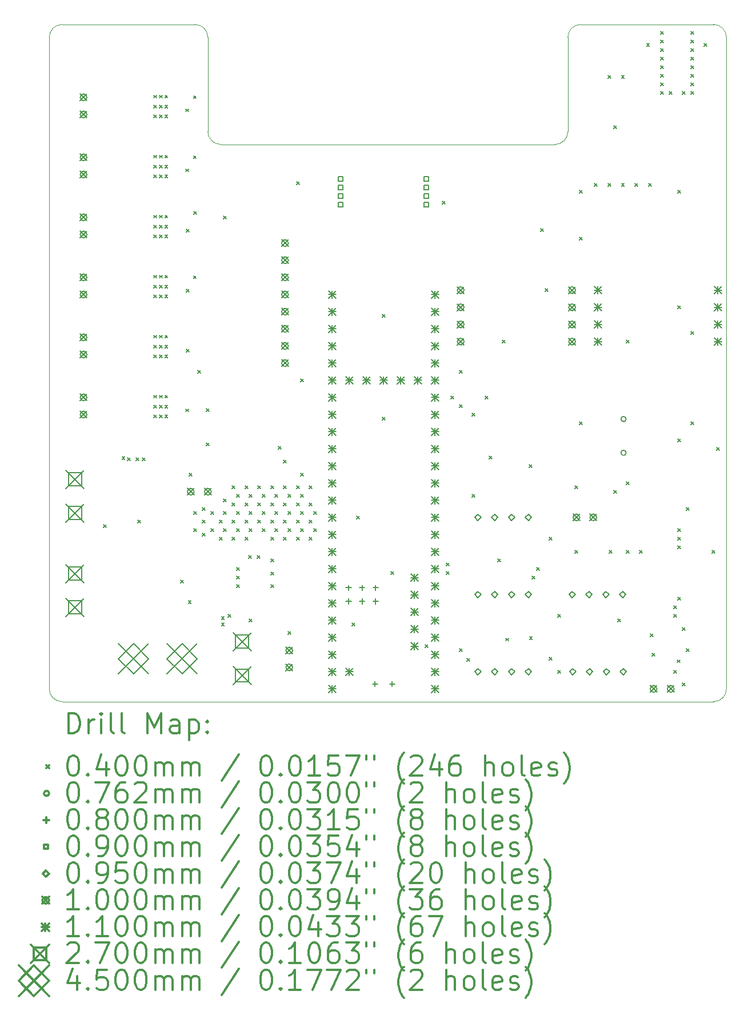
<source format=gbr>
%FSLAX45Y45*%
G04 Gerber Fmt 4.5, Leading zero omitted, Abs format (unit mm)*
G04 Created by KiCad (PCBNEW 5.1.10) date 2021-06-27 23:23:15*
%MOMM*%
%LPD*%
G01*
G04 APERTURE LIST*
%TA.AperFunction,Profile*%
%ADD10C,0.050000*%
%TD*%
%ADD11C,0.200000*%
%ADD12C,0.300000*%
G04 APERTURE END LIST*
D10*
X21780500Y-6032500D02*
G75*
G02*
X21971000Y-5842000I190500J0D01*
G01*
X23939500Y-5842000D02*
G75*
G02*
X24130000Y-6032500I0J-190500D01*
G01*
X24130000Y-15684500D02*
G75*
G02*
X23939500Y-15875000I-190500J0D01*
G01*
X14097000Y-6032500D02*
G75*
G02*
X14287500Y-5842000I190500J0D01*
G01*
X16256000Y-5842000D02*
G75*
G02*
X16446500Y-6032500I0J-190500D01*
G01*
X16637000Y-7620000D02*
G75*
G02*
X16446500Y-7429500I0J190500D01*
G01*
X14287500Y-15875000D02*
G75*
G02*
X14097000Y-15684500I0J190500D01*
G01*
X21780500Y-7429500D02*
G75*
G02*
X21590000Y-7620000I-190500J0D01*
G01*
X16256000Y-5842000D02*
X14287500Y-5842000D01*
X16446500Y-7429500D02*
X16446500Y-6032500D01*
X21590000Y-7620000D02*
X16637000Y-7620000D01*
X21971000Y-5842000D02*
X23939500Y-5842000D01*
X21780500Y-6032500D02*
X21780500Y-7429500D01*
X24130000Y-15684500D02*
X24130000Y-6032500D01*
X14287500Y-15875000D02*
X23939500Y-15875000D01*
X14097000Y-15684500D02*
X14097000Y-6032500D01*
D11*
X14902500Y-13251500D02*
X14942500Y-13291500D01*
X14942500Y-13251500D02*
X14902500Y-13291500D01*
X15175000Y-12246500D02*
X15215000Y-12286500D01*
X15215000Y-12246500D02*
X15175000Y-12286500D01*
X15256500Y-12262500D02*
X15296500Y-12302500D01*
X15296500Y-12262500D02*
X15256500Y-12302500D01*
X15383500Y-12262500D02*
X15423500Y-12302500D01*
X15423500Y-12262500D02*
X15383500Y-12302500D01*
X15410500Y-13188000D02*
X15450500Y-13228000D01*
X15450500Y-13188000D02*
X15410500Y-13228000D01*
X15474000Y-12262500D02*
X15514000Y-12302500D01*
X15514000Y-12262500D02*
X15474000Y-12302500D01*
X15644180Y-6891340D02*
X15684180Y-6931340D01*
X15684180Y-6891340D02*
X15644180Y-6931340D01*
X15644180Y-7038660D02*
X15684180Y-7078660D01*
X15684180Y-7038660D02*
X15644180Y-7078660D01*
X15644180Y-7180900D02*
X15684180Y-7220900D01*
X15684180Y-7180900D02*
X15644180Y-7220900D01*
X15644180Y-7780340D02*
X15684180Y-7820340D01*
X15684180Y-7780340D02*
X15644180Y-7820340D01*
X15644180Y-7927660D02*
X15684180Y-7967660D01*
X15684180Y-7927660D02*
X15644180Y-7967660D01*
X15644180Y-8069900D02*
X15684180Y-8109900D01*
X15684180Y-8069900D02*
X15644180Y-8109900D01*
X15644180Y-8669340D02*
X15684180Y-8709340D01*
X15684180Y-8669340D02*
X15644180Y-8709340D01*
X15644180Y-8816660D02*
X15684180Y-8856660D01*
X15684180Y-8816660D02*
X15644180Y-8856660D01*
X15644180Y-8958900D02*
X15684180Y-8998900D01*
X15684180Y-8958900D02*
X15644180Y-8998900D01*
X15644180Y-9558340D02*
X15684180Y-9598340D01*
X15684180Y-9558340D02*
X15644180Y-9598340D01*
X15644180Y-9705660D02*
X15684180Y-9745660D01*
X15684180Y-9705660D02*
X15644180Y-9745660D01*
X15644180Y-9847900D02*
X15684180Y-9887900D01*
X15684180Y-9847900D02*
X15644180Y-9887900D01*
X15644180Y-10447340D02*
X15684180Y-10487340D01*
X15684180Y-10447340D02*
X15644180Y-10487340D01*
X15644180Y-10594660D02*
X15684180Y-10634660D01*
X15684180Y-10594660D02*
X15644180Y-10634660D01*
X15644180Y-10736900D02*
X15684180Y-10776900D01*
X15684180Y-10736900D02*
X15644180Y-10776900D01*
X15644180Y-11336340D02*
X15684180Y-11376340D01*
X15684180Y-11336340D02*
X15644180Y-11376340D01*
X15644180Y-11483660D02*
X15684180Y-11523660D01*
X15684180Y-11483660D02*
X15644180Y-11523660D01*
X15644180Y-11625900D02*
X15684180Y-11665900D01*
X15684180Y-11625900D02*
X15644180Y-11665900D01*
X15728000Y-6891340D02*
X15768000Y-6931340D01*
X15768000Y-6891340D02*
X15728000Y-6931340D01*
X15728000Y-7038660D02*
X15768000Y-7078660D01*
X15768000Y-7038660D02*
X15728000Y-7078660D01*
X15728000Y-7180900D02*
X15768000Y-7220900D01*
X15768000Y-7180900D02*
X15728000Y-7220900D01*
X15728000Y-7780340D02*
X15768000Y-7820340D01*
X15768000Y-7780340D02*
X15728000Y-7820340D01*
X15728000Y-7927660D02*
X15768000Y-7967660D01*
X15768000Y-7927660D02*
X15728000Y-7967660D01*
X15728000Y-8069900D02*
X15768000Y-8109900D01*
X15768000Y-8069900D02*
X15728000Y-8109900D01*
X15728000Y-8669340D02*
X15768000Y-8709340D01*
X15768000Y-8669340D02*
X15728000Y-8709340D01*
X15728000Y-8816660D02*
X15768000Y-8856660D01*
X15768000Y-8816660D02*
X15728000Y-8856660D01*
X15728000Y-8958900D02*
X15768000Y-8998900D01*
X15768000Y-8958900D02*
X15728000Y-8998900D01*
X15728000Y-9558340D02*
X15768000Y-9598340D01*
X15768000Y-9558340D02*
X15728000Y-9598340D01*
X15728000Y-9705660D02*
X15768000Y-9745660D01*
X15768000Y-9705660D02*
X15728000Y-9745660D01*
X15728000Y-9847900D02*
X15768000Y-9887900D01*
X15768000Y-9847900D02*
X15728000Y-9887900D01*
X15728000Y-10447340D02*
X15768000Y-10487340D01*
X15768000Y-10447340D02*
X15728000Y-10487340D01*
X15728000Y-10594660D02*
X15768000Y-10634660D01*
X15768000Y-10594660D02*
X15728000Y-10634660D01*
X15728000Y-10736900D02*
X15768000Y-10776900D01*
X15768000Y-10736900D02*
X15728000Y-10776900D01*
X15728000Y-11336340D02*
X15768000Y-11376340D01*
X15768000Y-11336340D02*
X15728000Y-11376340D01*
X15728000Y-11483660D02*
X15768000Y-11523660D01*
X15768000Y-11483660D02*
X15728000Y-11523660D01*
X15728000Y-11625900D02*
X15768000Y-11665900D01*
X15768000Y-11625900D02*
X15728000Y-11665900D01*
X15811820Y-6891340D02*
X15851820Y-6931340D01*
X15851820Y-6891340D02*
X15811820Y-6931340D01*
X15811820Y-7038660D02*
X15851820Y-7078660D01*
X15851820Y-7038660D02*
X15811820Y-7078660D01*
X15811820Y-7180900D02*
X15851820Y-7220900D01*
X15851820Y-7180900D02*
X15811820Y-7220900D01*
X15811820Y-7780340D02*
X15851820Y-7820340D01*
X15851820Y-7780340D02*
X15811820Y-7820340D01*
X15811820Y-7927660D02*
X15851820Y-7967660D01*
X15851820Y-7927660D02*
X15811820Y-7967660D01*
X15811820Y-8069900D02*
X15851820Y-8109900D01*
X15851820Y-8069900D02*
X15811820Y-8109900D01*
X15811820Y-8669340D02*
X15851820Y-8709340D01*
X15851820Y-8669340D02*
X15811820Y-8709340D01*
X15811820Y-8816660D02*
X15851820Y-8856660D01*
X15851820Y-8816660D02*
X15811820Y-8856660D01*
X15811820Y-8958900D02*
X15851820Y-8998900D01*
X15851820Y-8958900D02*
X15811820Y-8998900D01*
X15811820Y-9558340D02*
X15851820Y-9598340D01*
X15851820Y-9558340D02*
X15811820Y-9598340D01*
X15811820Y-9705660D02*
X15851820Y-9745660D01*
X15851820Y-9705660D02*
X15811820Y-9745660D01*
X15811820Y-9847900D02*
X15851820Y-9887900D01*
X15851820Y-9847900D02*
X15811820Y-9887900D01*
X15811820Y-10447340D02*
X15851820Y-10487340D01*
X15851820Y-10447340D02*
X15811820Y-10487340D01*
X15811820Y-10594660D02*
X15851820Y-10634660D01*
X15851820Y-10594660D02*
X15811820Y-10634660D01*
X15811820Y-10736900D02*
X15851820Y-10776900D01*
X15851820Y-10736900D02*
X15811820Y-10776900D01*
X15811820Y-11336340D02*
X15851820Y-11376340D01*
X15851820Y-11336340D02*
X15811820Y-11376340D01*
X15811820Y-11483660D02*
X15851820Y-11523660D01*
X15851820Y-11483660D02*
X15811820Y-11523660D01*
X15811820Y-11625900D02*
X15851820Y-11665900D01*
X15851820Y-11625900D02*
X15811820Y-11665900D01*
X16045500Y-14077000D02*
X16085500Y-14117000D01*
X16085500Y-14077000D02*
X16045500Y-14117000D01*
X16120601Y-7093251D02*
X16160601Y-7133251D01*
X16160601Y-7093251D02*
X16120601Y-7133251D01*
X16120601Y-7982251D02*
X16160601Y-8022251D01*
X16160601Y-7982251D02*
X16120601Y-8022251D01*
X16120601Y-11538251D02*
X16160601Y-11578251D01*
X16160601Y-11538251D02*
X16120601Y-11578251D01*
X16126051Y-8877408D02*
X16166051Y-8917408D01*
X16166051Y-8877408D02*
X16126051Y-8917408D01*
X16126051Y-9766408D02*
X16166051Y-9806408D01*
X16166051Y-9766408D02*
X16126051Y-9806408D01*
X16126051Y-10655408D02*
X16166051Y-10695408D01*
X16166051Y-10655408D02*
X16126051Y-10695408D01*
X16157000Y-14379000D02*
X16197000Y-14419000D01*
X16197000Y-14379000D02*
X16157000Y-14419000D01*
X16172500Y-12489500D02*
X16212500Y-12529500D01*
X16212500Y-12489500D02*
X16172500Y-12529500D01*
X16233000Y-6898500D02*
X16273000Y-6938500D01*
X16273000Y-6898500D02*
X16233000Y-6938500D01*
X16233000Y-7787500D02*
X16273000Y-7827500D01*
X16273000Y-7787500D02*
X16233000Y-7827500D01*
X16233000Y-9565500D02*
X16273000Y-9605500D01*
X16273000Y-9565500D02*
X16233000Y-9605500D01*
X16236000Y-8616000D02*
X16276000Y-8656000D01*
X16276000Y-8616000D02*
X16236000Y-8656000D01*
X16236000Y-13061000D02*
X16276000Y-13101000D01*
X16276000Y-13061000D02*
X16236000Y-13101000D01*
X16236000Y-13315000D02*
X16276000Y-13355000D01*
X16276000Y-13315000D02*
X16236000Y-13355000D01*
X16299500Y-10965500D02*
X16339500Y-11005500D01*
X16339500Y-10965500D02*
X16299500Y-11005500D01*
X16363000Y-12997500D02*
X16403000Y-13037500D01*
X16403000Y-12997500D02*
X16363000Y-13037500D01*
X16363000Y-13188000D02*
X16403000Y-13228000D01*
X16403000Y-13188000D02*
X16363000Y-13228000D01*
X16363000Y-13378500D02*
X16403000Y-13418500D01*
X16403000Y-13378500D02*
X16363000Y-13418500D01*
X16426500Y-11537000D02*
X16466500Y-11577000D01*
X16466500Y-11537000D02*
X16426500Y-11577000D01*
X16426500Y-12045000D02*
X16466500Y-12085000D01*
X16466500Y-12045000D02*
X16426500Y-12085000D01*
X16490000Y-13061000D02*
X16530000Y-13101000D01*
X16530000Y-13061000D02*
X16490000Y-13101000D01*
X16490000Y-13315000D02*
X16530000Y-13355000D01*
X16530000Y-13315000D02*
X16490000Y-13355000D01*
X16617000Y-13188000D02*
X16657000Y-13228000D01*
X16657000Y-13188000D02*
X16617000Y-13228000D01*
X16617000Y-13442000D02*
X16657000Y-13482000D01*
X16657000Y-13442000D02*
X16617000Y-13482000D01*
X16649000Y-14616500D02*
X16689000Y-14656500D01*
X16689000Y-14616500D02*
X16649000Y-14656500D01*
X16649000Y-14712000D02*
X16689000Y-14752000D01*
X16689000Y-14712000D02*
X16649000Y-14752000D01*
X16680500Y-8679500D02*
X16720500Y-8719500D01*
X16720500Y-8679500D02*
X16680500Y-8719500D01*
X16680500Y-12870500D02*
X16720500Y-12910500D01*
X16720500Y-12870500D02*
X16680500Y-12910500D01*
X16680500Y-13061000D02*
X16720500Y-13101000D01*
X16720500Y-13061000D02*
X16680500Y-13101000D01*
X16680500Y-13315000D02*
X16720500Y-13355000D01*
X16720500Y-13315000D02*
X16680500Y-13355000D01*
X16744000Y-14585000D02*
X16784000Y-14625000D01*
X16784000Y-14585000D02*
X16744000Y-14625000D01*
X16807500Y-12680000D02*
X16847500Y-12720000D01*
X16847500Y-12680000D02*
X16807500Y-12720000D01*
X16807500Y-12934000D02*
X16847500Y-12974000D01*
X16847500Y-12934000D02*
X16807500Y-12974000D01*
X16807500Y-13188000D02*
X16847500Y-13228000D01*
X16847500Y-13188000D02*
X16807500Y-13228000D01*
X16807500Y-13442000D02*
X16847500Y-13482000D01*
X16847500Y-13442000D02*
X16807500Y-13482000D01*
X16871000Y-12807000D02*
X16911000Y-12847000D01*
X16911000Y-12807000D02*
X16871000Y-12847000D01*
X16871000Y-13061000D02*
X16911000Y-13101000D01*
X16911000Y-13061000D02*
X16871000Y-13101000D01*
X16871000Y-13315000D02*
X16911000Y-13355000D01*
X16911000Y-13315000D02*
X16871000Y-13355000D01*
X16871000Y-13886500D02*
X16911000Y-13926500D01*
X16911000Y-13886500D02*
X16871000Y-13926500D01*
X16871000Y-14013500D02*
X16911000Y-14053500D01*
X16911000Y-14013500D02*
X16871000Y-14053500D01*
X16871000Y-14140500D02*
X16911000Y-14180500D01*
X16911000Y-14140500D02*
X16871000Y-14180500D01*
X16998000Y-12680000D02*
X17038000Y-12720000D01*
X17038000Y-12680000D02*
X16998000Y-12720000D01*
X16998000Y-12934000D02*
X17038000Y-12974000D01*
X17038000Y-12934000D02*
X16998000Y-12974000D01*
X16998000Y-13188000D02*
X17038000Y-13228000D01*
X17038000Y-13188000D02*
X16998000Y-13228000D01*
X16998000Y-13442000D02*
X17038000Y-13482000D01*
X17038000Y-13442000D02*
X16998000Y-13482000D01*
X17049000Y-13708500D02*
X17089000Y-13748500D01*
X17089000Y-13708500D02*
X17049000Y-13748500D01*
X17061500Y-12807000D02*
X17101500Y-12847000D01*
X17101500Y-12807000D02*
X17061500Y-12847000D01*
X17061500Y-13061000D02*
X17101500Y-13101000D01*
X17101500Y-13061000D02*
X17061500Y-13101000D01*
X17061500Y-13315000D02*
X17101500Y-13355000D01*
X17101500Y-13315000D02*
X17061500Y-13355000D01*
X17061500Y-14648500D02*
X17101500Y-14688500D01*
X17101500Y-14648500D02*
X17061500Y-14688500D01*
X17176000Y-13708500D02*
X17216000Y-13748500D01*
X17216000Y-13708500D02*
X17176000Y-13748500D01*
X17188500Y-12680000D02*
X17228500Y-12720000D01*
X17228500Y-12680000D02*
X17188500Y-12720000D01*
X17188500Y-12934000D02*
X17228500Y-12974000D01*
X17228500Y-12934000D02*
X17188500Y-12974000D01*
X17188500Y-13188000D02*
X17228500Y-13228000D01*
X17228500Y-13188000D02*
X17188500Y-13228000D01*
X17252000Y-12807000D02*
X17292000Y-12847000D01*
X17292000Y-12807000D02*
X17252000Y-12847000D01*
X17252000Y-13061000D02*
X17292000Y-13101000D01*
X17292000Y-13061000D02*
X17252000Y-13101000D01*
X17252000Y-13315000D02*
X17292000Y-13355000D01*
X17292000Y-13315000D02*
X17252000Y-13355000D01*
X17379000Y-12680000D02*
X17419000Y-12720000D01*
X17419000Y-12680000D02*
X17379000Y-12720000D01*
X17379000Y-12934000D02*
X17419000Y-12974000D01*
X17419000Y-12934000D02*
X17379000Y-12974000D01*
X17379000Y-13188000D02*
X17419000Y-13228000D01*
X17419000Y-13188000D02*
X17379000Y-13228000D01*
X17379000Y-13442000D02*
X17419000Y-13482000D01*
X17419000Y-13442000D02*
X17379000Y-13482000D01*
X17379000Y-13759500D02*
X17419000Y-13799500D01*
X17419000Y-13759500D02*
X17379000Y-13799500D01*
X17379000Y-13956000D02*
X17419000Y-13996000D01*
X17419000Y-13956000D02*
X17379000Y-13996000D01*
X17379000Y-14140500D02*
X17419000Y-14180500D01*
X17419000Y-14140500D02*
X17379000Y-14180500D01*
X17442500Y-12807000D02*
X17482500Y-12847000D01*
X17482500Y-12807000D02*
X17442500Y-12847000D01*
X17442500Y-13061000D02*
X17482500Y-13101000D01*
X17482500Y-13061000D02*
X17442500Y-13101000D01*
X17442500Y-13315000D02*
X17482500Y-13355000D01*
X17482500Y-13315000D02*
X17442500Y-13355000D01*
X17493300Y-12095800D02*
X17533300Y-12135800D01*
X17533300Y-12095800D02*
X17493300Y-12135800D01*
X17569500Y-12299000D02*
X17609500Y-12339000D01*
X17609500Y-12299000D02*
X17569500Y-12339000D01*
X17569500Y-12680000D02*
X17609500Y-12720000D01*
X17609500Y-12680000D02*
X17569500Y-12720000D01*
X17569500Y-12934000D02*
X17609500Y-12974000D01*
X17609500Y-12934000D02*
X17569500Y-12974000D01*
X17569500Y-13188000D02*
X17609500Y-13228000D01*
X17609500Y-13188000D02*
X17569500Y-13228000D01*
X17569500Y-13442000D02*
X17609500Y-13482000D01*
X17609500Y-13442000D02*
X17569500Y-13482000D01*
X17633000Y-12807000D02*
X17673000Y-12847000D01*
X17673000Y-12807000D02*
X17633000Y-12847000D01*
X17633000Y-13061000D02*
X17673000Y-13101000D01*
X17673000Y-13061000D02*
X17633000Y-13101000D01*
X17633000Y-13315000D02*
X17673000Y-13355000D01*
X17673000Y-13315000D02*
X17633000Y-13355000D01*
X17633000Y-14839000D02*
X17673000Y-14879000D01*
X17673000Y-14839000D02*
X17633000Y-14879000D01*
X17760000Y-8171500D02*
X17800000Y-8211500D01*
X17800000Y-8171500D02*
X17760000Y-8211500D01*
X17760000Y-12680000D02*
X17800000Y-12720000D01*
X17800000Y-12680000D02*
X17760000Y-12720000D01*
X17760000Y-12934000D02*
X17800000Y-12974000D01*
X17800000Y-12934000D02*
X17760000Y-12974000D01*
X17760000Y-13188000D02*
X17800000Y-13228000D01*
X17800000Y-13188000D02*
X17760000Y-13228000D01*
X17760000Y-13442000D02*
X17800000Y-13482000D01*
X17800000Y-13442000D02*
X17760000Y-13482000D01*
X17823500Y-11092500D02*
X17863500Y-11132500D01*
X17863500Y-11092500D02*
X17823500Y-11132500D01*
X17823500Y-12489500D02*
X17863500Y-12529500D01*
X17863500Y-12489500D02*
X17823500Y-12529500D01*
X17823500Y-12807000D02*
X17863500Y-12847000D01*
X17863500Y-12807000D02*
X17823500Y-12847000D01*
X17823500Y-13061000D02*
X17863500Y-13101000D01*
X17863500Y-13061000D02*
X17823500Y-13101000D01*
X17823500Y-13315000D02*
X17863500Y-13355000D01*
X17863500Y-13315000D02*
X17823500Y-13355000D01*
X17950500Y-12680000D02*
X17990500Y-12720000D01*
X17990500Y-12680000D02*
X17950500Y-12720000D01*
X17950500Y-12934000D02*
X17990500Y-12974000D01*
X17990500Y-12934000D02*
X17950500Y-12974000D01*
X17950500Y-13188000D02*
X17990500Y-13228000D01*
X17990500Y-13188000D02*
X17950500Y-13228000D01*
X17950500Y-13442000D02*
X17990500Y-13482000D01*
X17990500Y-13442000D02*
X17950500Y-13482000D01*
X18014000Y-13061000D02*
X18054000Y-13101000D01*
X18054000Y-13061000D02*
X18014000Y-13101000D01*
X18014000Y-13315000D02*
X18054000Y-13355000D01*
X18054000Y-13315000D02*
X18014000Y-13355000D01*
X18585500Y-14712000D02*
X18625500Y-14752000D01*
X18625500Y-14712000D02*
X18585500Y-14752000D01*
X18649000Y-13124500D02*
X18689000Y-13164500D01*
X18689000Y-13124500D02*
X18649000Y-13164500D01*
X19030000Y-10140000D02*
X19070000Y-10180000D01*
X19070000Y-10140000D02*
X19030000Y-10180000D01*
X19030000Y-11664000D02*
X19070000Y-11704000D01*
X19070000Y-11664000D02*
X19030000Y-11704000D01*
X19157000Y-13950000D02*
X19197000Y-13990000D01*
X19197000Y-13950000D02*
X19157000Y-13990000D01*
X19665000Y-15029500D02*
X19705000Y-15069500D01*
X19705000Y-15029500D02*
X19665000Y-15069500D01*
X19919000Y-8464500D02*
X19959000Y-8504500D01*
X19959000Y-8464500D02*
X19919000Y-8504500D01*
X19982500Y-13823000D02*
X20022500Y-13863000D01*
X20022500Y-13823000D02*
X19982500Y-13863000D01*
X19982500Y-13950000D02*
X20022500Y-13990000D01*
X20022500Y-13950000D02*
X19982500Y-13990000D01*
X20046000Y-11346500D02*
X20086000Y-11386500D01*
X20086000Y-11346500D02*
X20046000Y-11386500D01*
X20173000Y-10965500D02*
X20213000Y-11005500D01*
X20213000Y-10965500D02*
X20173000Y-11005500D01*
X20173000Y-11473500D02*
X20213000Y-11513500D01*
X20213000Y-11473500D02*
X20173000Y-11513500D01*
X20173000Y-15093000D02*
X20213000Y-15133000D01*
X20213000Y-15093000D02*
X20173000Y-15133000D01*
X20286750Y-15233250D02*
X20326750Y-15273250D01*
X20326750Y-15233250D02*
X20286750Y-15273250D01*
X20363500Y-11600500D02*
X20403500Y-11640500D01*
X20403500Y-11600500D02*
X20363500Y-11640500D01*
X20363500Y-12807000D02*
X20403500Y-12847000D01*
X20403500Y-12807000D02*
X20363500Y-12847000D01*
X20554000Y-11346500D02*
X20594000Y-11386500D01*
X20594000Y-11346500D02*
X20554000Y-11386500D01*
X20617500Y-12235500D02*
X20657500Y-12275500D01*
X20657500Y-12235500D02*
X20617500Y-12275500D01*
X20744500Y-13759500D02*
X20784500Y-13799500D01*
X20784500Y-13759500D02*
X20744500Y-13799500D01*
X20808000Y-10521000D02*
X20848000Y-10561000D01*
X20848000Y-10521000D02*
X20808000Y-10561000D01*
X20862503Y-14934500D02*
X20902503Y-14974500D01*
X20902503Y-14934500D02*
X20862503Y-14974500D01*
X21209500Y-12362500D02*
X21249500Y-12402500D01*
X21249500Y-12362500D02*
X21209500Y-12402500D01*
X21213378Y-14916139D02*
X21253378Y-14956139D01*
X21253378Y-14916139D02*
X21213378Y-14956139D01*
X21252500Y-14013500D02*
X21292500Y-14053500D01*
X21292500Y-14013500D02*
X21252500Y-14053500D01*
X21316000Y-13886500D02*
X21356000Y-13926500D01*
X21356000Y-13886500D02*
X21316000Y-13926500D01*
X21379500Y-8870000D02*
X21419500Y-8910000D01*
X21419500Y-8870000D02*
X21379500Y-8910000D01*
X21443000Y-9759000D02*
X21483000Y-9799000D01*
X21483000Y-9759000D02*
X21443000Y-9799000D01*
X21506500Y-13442000D02*
X21546500Y-13482000D01*
X21546500Y-13442000D02*
X21506500Y-13482000D01*
X21506500Y-15220000D02*
X21546500Y-15260000D01*
X21546500Y-15220000D02*
X21506500Y-15260000D01*
X21633500Y-14585000D02*
X21673500Y-14625000D01*
X21673500Y-14585000D02*
X21633500Y-14625000D01*
X21633500Y-15410500D02*
X21673500Y-15450500D01*
X21673500Y-15410500D02*
X21633500Y-15450500D01*
X21887500Y-12680000D02*
X21927500Y-12720000D01*
X21927500Y-12680000D02*
X21887500Y-12720000D01*
X21887500Y-13632500D02*
X21927500Y-13672500D01*
X21927500Y-13632500D02*
X21887500Y-13672500D01*
X21951000Y-8298500D02*
X21991000Y-8338500D01*
X21991000Y-8298500D02*
X21951000Y-8338500D01*
X21951000Y-8997000D02*
X21991000Y-9037000D01*
X21991000Y-8997000D02*
X21951000Y-9037000D01*
X21951000Y-11727500D02*
X21991000Y-11767500D01*
X21991000Y-11727500D02*
X21951000Y-11767500D01*
X22174900Y-8196800D02*
X22214900Y-8236800D01*
X22214900Y-8196800D02*
X22174900Y-8236800D01*
X22374900Y-6596800D02*
X22414900Y-6636800D01*
X22414900Y-6596800D02*
X22374900Y-6636800D01*
X22374900Y-8196800D02*
X22414900Y-8236800D01*
X22414900Y-8196800D02*
X22374900Y-8236800D01*
X22395500Y-13632500D02*
X22435500Y-13672500D01*
X22435500Y-13632500D02*
X22395500Y-13672500D01*
X22459000Y-7346000D02*
X22499000Y-7386000D01*
X22499000Y-7346000D02*
X22459000Y-7386000D01*
X22459000Y-12743500D02*
X22499000Y-12783500D01*
X22499000Y-12743500D02*
X22459000Y-12783500D01*
X22522500Y-14648500D02*
X22562500Y-14688500D01*
X22562500Y-14648500D02*
X22522500Y-14688500D01*
X22574900Y-6596800D02*
X22614900Y-6636800D01*
X22614900Y-6596800D02*
X22574900Y-6636800D01*
X22574900Y-8196800D02*
X22614900Y-8236800D01*
X22614900Y-8196800D02*
X22574900Y-8236800D01*
X22649500Y-10521000D02*
X22689500Y-10561000D01*
X22689500Y-10521000D02*
X22649500Y-10561000D01*
X22649500Y-12616500D02*
X22689500Y-12656500D01*
X22689500Y-12616500D02*
X22649500Y-12656500D01*
X22649500Y-13632500D02*
X22689500Y-13672500D01*
X22689500Y-13632500D02*
X22649500Y-13672500D01*
X22774900Y-8196800D02*
X22814900Y-8236800D01*
X22814900Y-8196800D02*
X22774900Y-8236800D01*
X22840000Y-13632500D02*
X22880000Y-13672500D01*
X22880000Y-13632500D02*
X22840000Y-13672500D01*
X22948400Y-6126800D02*
X22988400Y-6166800D01*
X22988400Y-6126800D02*
X22948400Y-6166800D01*
X22974900Y-8196800D02*
X23014900Y-8236800D01*
X23014900Y-8196800D02*
X22974900Y-8236800D01*
X23001108Y-14873108D02*
X23041108Y-14913108D01*
X23041108Y-14873108D02*
X23001108Y-14913108D01*
X23030500Y-15156500D02*
X23070500Y-15196500D01*
X23070500Y-15156500D02*
X23030500Y-15196500D01*
X23157500Y-5949000D02*
X23197500Y-5989000D01*
X23197500Y-5949000D02*
X23157500Y-5989000D01*
X23157500Y-6076000D02*
X23197500Y-6116000D01*
X23197500Y-6076000D02*
X23157500Y-6116000D01*
X23157500Y-6203000D02*
X23197500Y-6243000D01*
X23197500Y-6203000D02*
X23157500Y-6243000D01*
X23157500Y-6330000D02*
X23197500Y-6370000D01*
X23197500Y-6330000D02*
X23157500Y-6370000D01*
X23157500Y-6457000D02*
X23197500Y-6497000D01*
X23197500Y-6457000D02*
X23157500Y-6497000D01*
X23157500Y-6584000D02*
X23197500Y-6624000D01*
X23197500Y-6584000D02*
X23157500Y-6624000D01*
X23157500Y-6711000D02*
X23197500Y-6751000D01*
X23197500Y-6711000D02*
X23157500Y-6751000D01*
X23157500Y-6838000D02*
X23197500Y-6878000D01*
X23197500Y-6838000D02*
X23157500Y-6878000D01*
X23284500Y-6838000D02*
X23324500Y-6878000D01*
X23324500Y-6838000D02*
X23284500Y-6878000D01*
X23348000Y-14458000D02*
X23388000Y-14498000D01*
X23388000Y-14458000D02*
X23348000Y-14498000D01*
X23348000Y-14585000D02*
X23388000Y-14625000D01*
X23388000Y-14585000D02*
X23348000Y-14625000D01*
X23348000Y-15410500D02*
X23388000Y-15450500D01*
X23388000Y-15410500D02*
X23348000Y-15450500D01*
X23402042Y-15256798D02*
X23442042Y-15296798D01*
X23442042Y-15256798D02*
X23402042Y-15296798D01*
X23411500Y-8298500D02*
X23451500Y-8338500D01*
X23451500Y-8298500D02*
X23411500Y-8338500D01*
X23411500Y-10013000D02*
X23451500Y-10053000D01*
X23451500Y-10013000D02*
X23411500Y-10053000D01*
X23411500Y-11981500D02*
X23451500Y-12021500D01*
X23451500Y-11981500D02*
X23411500Y-12021500D01*
X23411500Y-13315000D02*
X23451500Y-13355000D01*
X23451500Y-13315000D02*
X23411500Y-13355000D01*
X23411500Y-13442000D02*
X23451500Y-13482000D01*
X23451500Y-13442000D02*
X23411500Y-13482000D01*
X23411500Y-13569000D02*
X23451500Y-13609000D01*
X23451500Y-13569000D02*
X23411500Y-13609000D01*
X23411500Y-14331000D02*
X23451500Y-14371000D01*
X23451500Y-14331000D02*
X23411500Y-14371000D01*
X23475000Y-6838000D02*
X23515000Y-6878000D01*
X23515000Y-6838000D02*
X23475000Y-6878000D01*
X23475000Y-14775500D02*
X23515000Y-14815500D01*
X23515000Y-14775500D02*
X23475000Y-14815500D01*
X23475000Y-15601000D02*
X23515000Y-15641000D01*
X23515000Y-15601000D02*
X23475000Y-15641000D01*
X23538500Y-12997500D02*
X23578500Y-13037500D01*
X23578500Y-12997500D02*
X23538500Y-13037500D01*
X23538500Y-15093000D02*
X23578500Y-15133000D01*
X23578500Y-15093000D02*
X23538500Y-15133000D01*
X23602000Y-5949000D02*
X23642000Y-5989000D01*
X23642000Y-5949000D02*
X23602000Y-5989000D01*
X23602000Y-6076000D02*
X23642000Y-6116000D01*
X23642000Y-6076000D02*
X23602000Y-6116000D01*
X23602000Y-6203000D02*
X23642000Y-6243000D01*
X23642000Y-6203000D02*
X23602000Y-6243000D01*
X23602000Y-6330000D02*
X23642000Y-6370000D01*
X23642000Y-6330000D02*
X23602000Y-6370000D01*
X23602000Y-6457000D02*
X23642000Y-6497000D01*
X23642000Y-6457000D02*
X23602000Y-6497000D01*
X23602000Y-6584000D02*
X23642000Y-6624000D01*
X23642000Y-6584000D02*
X23602000Y-6624000D01*
X23602000Y-6711000D02*
X23642000Y-6751000D01*
X23642000Y-6711000D02*
X23602000Y-6751000D01*
X23602000Y-6838000D02*
X23642000Y-6878000D01*
X23642000Y-6838000D02*
X23602000Y-6878000D01*
X23602000Y-10394000D02*
X23642000Y-10434000D01*
X23642000Y-10394000D02*
X23602000Y-10434000D01*
X23602000Y-11727500D02*
X23642000Y-11767500D01*
X23642000Y-11727500D02*
X23602000Y-11767500D01*
X23798400Y-6126800D02*
X23838400Y-6166800D01*
X23838400Y-6126800D02*
X23798400Y-6166800D01*
X23919500Y-13632500D02*
X23959500Y-13672500D01*
X23959500Y-13632500D02*
X23919500Y-13672500D01*
X23983000Y-12108500D02*
X24023000Y-12148500D01*
X24023000Y-12108500D02*
X23983000Y-12148500D01*
X22644100Y-11688000D02*
G75*
G03*
X22644100Y-11688000I-38100J0D01*
G01*
X22644100Y-12188000D02*
G75*
G03*
X22644100Y-12188000I-38100J0D01*
G01*
X18531840Y-14147500D02*
X18531840Y-14227500D01*
X18491840Y-14187500D02*
X18571840Y-14187500D01*
X18531840Y-14347500D02*
X18531840Y-14427500D01*
X18491840Y-14387500D02*
X18571840Y-14387500D01*
X18731840Y-14147500D02*
X18731840Y-14227500D01*
X18691840Y-14187500D02*
X18771840Y-14187500D01*
X18731840Y-14347500D02*
X18731840Y-14427500D01*
X18691840Y-14387500D02*
X18771840Y-14387500D01*
X18923000Y-15571500D02*
X18923000Y-15651500D01*
X18883000Y-15611500D02*
X18963000Y-15611500D01*
X18931840Y-14147500D02*
X18931840Y-14227500D01*
X18891840Y-14187500D02*
X18971840Y-14187500D01*
X18931840Y-14347500D02*
X18931840Y-14427500D01*
X18891840Y-14387500D02*
X18971840Y-14387500D01*
X19177000Y-15571500D02*
X19177000Y-15651500D01*
X19137000Y-15611500D02*
X19217000Y-15611500D01*
X18446820Y-8159820D02*
X18446820Y-8096180D01*
X18383180Y-8096180D01*
X18383180Y-8159820D01*
X18446820Y-8159820D01*
X18446820Y-8286820D02*
X18446820Y-8223180D01*
X18383180Y-8223180D01*
X18383180Y-8286820D01*
X18446820Y-8286820D01*
X18446820Y-8413820D02*
X18446820Y-8350180D01*
X18383180Y-8350180D01*
X18383180Y-8413820D01*
X18446820Y-8413820D01*
X18446820Y-8540820D02*
X18446820Y-8477180D01*
X18383180Y-8477180D01*
X18383180Y-8540820D01*
X18446820Y-8540820D01*
X19716820Y-8159820D02*
X19716820Y-8096180D01*
X19653180Y-8096180D01*
X19653180Y-8159820D01*
X19716820Y-8159820D01*
X19716820Y-8286820D02*
X19716820Y-8223180D01*
X19653180Y-8223180D01*
X19653180Y-8286820D01*
X19716820Y-8286820D01*
X19716820Y-8413820D02*
X19716820Y-8350180D01*
X19653180Y-8350180D01*
X19653180Y-8413820D01*
X19716820Y-8413820D01*
X19716820Y-8540820D02*
X19716820Y-8477180D01*
X19653180Y-8477180D01*
X19653180Y-8540820D01*
X19716820Y-8540820D01*
X20447000Y-13192000D02*
X20494500Y-13144500D01*
X20447000Y-13097000D01*
X20399500Y-13144500D01*
X20447000Y-13192000D01*
X20447000Y-14335000D02*
X20494500Y-14287500D01*
X20447000Y-14240000D01*
X20399500Y-14287500D01*
X20447000Y-14335000D01*
X20447000Y-15478000D02*
X20494500Y-15430500D01*
X20447000Y-15383000D01*
X20399500Y-15430500D01*
X20447000Y-15478000D01*
X20697000Y-13192000D02*
X20744500Y-13144500D01*
X20697000Y-13097000D01*
X20649500Y-13144500D01*
X20697000Y-13192000D01*
X20697000Y-14335000D02*
X20744500Y-14287500D01*
X20697000Y-14240000D01*
X20649500Y-14287500D01*
X20697000Y-14335000D01*
X20697000Y-15478000D02*
X20744500Y-15430500D01*
X20697000Y-15383000D01*
X20649500Y-15430500D01*
X20697000Y-15478000D01*
X20947000Y-13192000D02*
X20994500Y-13144500D01*
X20947000Y-13097000D01*
X20899500Y-13144500D01*
X20947000Y-13192000D01*
X20947000Y-14335000D02*
X20994500Y-14287500D01*
X20947000Y-14240000D01*
X20899500Y-14287500D01*
X20947000Y-14335000D01*
X20947000Y-15478000D02*
X20994500Y-15430500D01*
X20947000Y-15383000D01*
X20899500Y-15430500D01*
X20947000Y-15478000D01*
X21197000Y-13192000D02*
X21244500Y-13144500D01*
X21197000Y-13097000D01*
X21149500Y-13144500D01*
X21197000Y-13192000D01*
X21197000Y-14335000D02*
X21244500Y-14287500D01*
X21197000Y-14240000D01*
X21149500Y-14287500D01*
X21197000Y-14335000D01*
X21197000Y-15478000D02*
X21244500Y-15430500D01*
X21197000Y-15383000D01*
X21149500Y-15430500D01*
X21197000Y-15478000D01*
X21844000Y-14335000D02*
X21891500Y-14287500D01*
X21844000Y-14240000D01*
X21796500Y-14287500D01*
X21844000Y-14335000D01*
X21852000Y-15478000D02*
X21899500Y-15430500D01*
X21852000Y-15383000D01*
X21804500Y-15430500D01*
X21852000Y-15478000D01*
X22094000Y-14335000D02*
X22141500Y-14287500D01*
X22094000Y-14240000D01*
X22046500Y-14287500D01*
X22094000Y-14335000D01*
X22102000Y-15478000D02*
X22149500Y-15430500D01*
X22102000Y-15383000D01*
X22054500Y-15430500D01*
X22102000Y-15478000D01*
X22344000Y-14335000D02*
X22391500Y-14287500D01*
X22344000Y-14240000D01*
X22296500Y-14287500D01*
X22344000Y-14335000D01*
X22352000Y-15478000D02*
X22399500Y-15430500D01*
X22352000Y-15383000D01*
X22304500Y-15430500D01*
X22352000Y-15478000D01*
X22594000Y-14335000D02*
X22641500Y-14287500D01*
X22594000Y-14240000D01*
X22546500Y-14287500D01*
X22594000Y-14335000D01*
X22602000Y-15478000D02*
X22649500Y-15430500D01*
X22602000Y-15383000D01*
X22554500Y-15430500D01*
X22602000Y-15478000D01*
X14555000Y-6871500D02*
X14655000Y-6971500D01*
X14655000Y-6871500D02*
X14555000Y-6971500D01*
X14655000Y-6921500D02*
G75*
G03*
X14655000Y-6921500I-50000J0D01*
G01*
X14555000Y-7125500D02*
X14655000Y-7225500D01*
X14655000Y-7125500D02*
X14555000Y-7225500D01*
X14655000Y-7175500D02*
G75*
G03*
X14655000Y-7175500I-50000J0D01*
G01*
X14555000Y-7760500D02*
X14655000Y-7860500D01*
X14655000Y-7760500D02*
X14555000Y-7860500D01*
X14655000Y-7810500D02*
G75*
G03*
X14655000Y-7810500I-50000J0D01*
G01*
X14555000Y-8014500D02*
X14655000Y-8114500D01*
X14655000Y-8014500D02*
X14555000Y-8114500D01*
X14655000Y-8064500D02*
G75*
G03*
X14655000Y-8064500I-50000J0D01*
G01*
X14555000Y-8649500D02*
X14655000Y-8749500D01*
X14655000Y-8649500D02*
X14555000Y-8749500D01*
X14655000Y-8699500D02*
G75*
G03*
X14655000Y-8699500I-50000J0D01*
G01*
X14555000Y-8903500D02*
X14655000Y-9003500D01*
X14655000Y-8903500D02*
X14555000Y-9003500D01*
X14655000Y-8953500D02*
G75*
G03*
X14655000Y-8953500I-50000J0D01*
G01*
X14555000Y-9538500D02*
X14655000Y-9638500D01*
X14655000Y-9538500D02*
X14555000Y-9638500D01*
X14655000Y-9588500D02*
G75*
G03*
X14655000Y-9588500I-50000J0D01*
G01*
X14555000Y-9792500D02*
X14655000Y-9892500D01*
X14655000Y-9792500D02*
X14555000Y-9892500D01*
X14655000Y-9842500D02*
G75*
G03*
X14655000Y-9842500I-50000J0D01*
G01*
X14555000Y-10427500D02*
X14655000Y-10527500D01*
X14655000Y-10427500D02*
X14555000Y-10527500D01*
X14655000Y-10477500D02*
G75*
G03*
X14655000Y-10477500I-50000J0D01*
G01*
X14555000Y-10681500D02*
X14655000Y-10781500D01*
X14655000Y-10681500D02*
X14555000Y-10781500D01*
X14655000Y-10731500D02*
G75*
G03*
X14655000Y-10731500I-50000J0D01*
G01*
X14555000Y-11316500D02*
X14655000Y-11416500D01*
X14655000Y-11316500D02*
X14555000Y-11416500D01*
X14655000Y-11366500D02*
G75*
G03*
X14655000Y-11366500I-50000J0D01*
G01*
X14555000Y-11570500D02*
X14655000Y-11670500D01*
X14655000Y-11570500D02*
X14555000Y-11670500D01*
X14655000Y-11620500D02*
G75*
G03*
X14655000Y-11620500I-50000J0D01*
G01*
X16142500Y-12713500D02*
X16242500Y-12813500D01*
X16242500Y-12713500D02*
X16142500Y-12813500D01*
X16242500Y-12763500D02*
G75*
G03*
X16242500Y-12763500I-50000J0D01*
G01*
X16396500Y-12713500D02*
X16496500Y-12813500D01*
X16496500Y-12713500D02*
X16396500Y-12813500D01*
X16496500Y-12763500D02*
G75*
G03*
X16496500Y-12763500I-50000J0D01*
G01*
X17539500Y-9030500D02*
X17639500Y-9130500D01*
X17639500Y-9030500D02*
X17539500Y-9130500D01*
X17639500Y-9080500D02*
G75*
G03*
X17639500Y-9080500I-50000J0D01*
G01*
X17539500Y-9284500D02*
X17639500Y-9384500D01*
X17639500Y-9284500D02*
X17539500Y-9384500D01*
X17639500Y-9334500D02*
G75*
G03*
X17639500Y-9334500I-50000J0D01*
G01*
X17539500Y-9538500D02*
X17639500Y-9638500D01*
X17639500Y-9538500D02*
X17539500Y-9638500D01*
X17639500Y-9588500D02*
G75*
G03*
X17639500Y-9588500I-50000J0D01*
G01*
X17539500Y-9792500D02*
X17639500Y-9892500D01*
X17639500Y-9792500D02*
X17539500Y-9892500D01*
X17639500Y-9842500D02*
G75*
G03*
X17639500Y-9842500I-50000J0D01*
G01*
X17539500Y-10046500D02*
X17639500Y-10146500D01*
X17639500Y-10046500D02*
X17539500Y-10146500D01*
X17639500Y-10096500D02*
G75*
G03*
X17639500Y-10096500I-50000J0D01*
G01*
X17539500Y-10300500D02*
X17639500Y-10400500D01*
X17639500Y-10300500D02*
X17539500Y-10400500D01*
X17639500Y-10350500D02*
G75*
G03*
X17639500Y-10350500I-50000J0D01*
G01*
X17539500Y-10554500D02*
X17639500Y-10654500D01*
X17639500Y-10554500D02*
X17539500Y-10654500D01*
X17639500Y-10604500D02*
G75*
G03*
X17639500Y-10604500I-50000J0D01*
G01*
X17539500Y-10808500D02*
X17639500Y-10908500D01*
X17639500Y-10808500D02*
X17539500Y-10908500D01*
X17639500Y-10858500D02*
G75*
G03*
X17639500Y-10858500I-50000J0D01*
G01*
X17603000Y-15067000D02*
X17703000Y-15167000D01*
X17703000Y-15067000D02*
X17603000Y-15167000D01*
X17703000Y-15117000D02*
G75*
G03*
X17703000Y-15117000I-50000J0D01*
G01*
X17603000Y-15317000D02*
X17703000Y-15417000D01*
X17703000Y-15317000D02*
X17603000Y-15417000D01*
X17703000Y-15367000D02*
G75*
G03*
X17703000Y-15367000I-50000J0D01*
G01*
X20143000Y-9729000D02*
X20243000Y-9829000D01*
X20243000Y-9729000D02*
X20143000Y-9829000D01*
X20243000Y-9779000D02*
G75*
G03*
X20243000Y-9779000I-50000J0D01*
G01*
X20143000Y-9983000D02*
X20243000Y-10083000D01*
X20243000Y-9983000D02*
X20143000Y-10083000D01*
X20243000Y-10033000D02*
G75*
G03*
X20243000Y-10033000I-50000J0D01*
G01*
X20143000Y-10237000D02*
X20243000Y-10337000D01*
X20243000Y-10237000D02*
X20143000Y-10337000D01*
X20243000Y-10287000D02*
G75*
G03*
X20243000Y-10287000I-50000J0D01*
G01*
X20143000Y-10491000D02*
X20243000Y-10591000D01*
X20243000Y-10491000D02*
X20143000Y-10591000D01*
X20243000Y-10541000D02*
G75*
G03*
X20243000Y-10541000I-50000J0D01*
G01*
X21794000Y-9729000D02*
X21894000Y-9829000D01*
X21894000Y-9729000D02*
X21794000Y-9829000D01*
X21894000Y-9779000D02*
G75*
G03*
X21894000Y-9779000I-50000J0D01*
G01*
X21794000Y-9983000D02*
X21894000Y-10083000D01*
X21894000Y-9983000D02*
X21794000Y-10083000D01*
X21894000Y-10033000D02*
G75*
G03*
X21894000Y-10033000I-50000J0D01*
G01*
X21794000Y-10237000D02*
X21894000Y-10337000D01*
X21894000Y-10237000D02*
X21794000Y-10337000D01*
X21894000Y-10287000D02*
G75*
G03*
X21894000Y-10287000I-50000J0D01*
G01*
X21794000Y-10491000D02*
X21894000Y-10591000D01*
X21894000Y-10491000D02*
X21794000Y-10591000D01*
X21894000Y-10541000D02*
G75*
G03*
X21894000Y-10541000I-50000J0D01*
G01*
X21857500Y-13094500D02*
X21957500Y-13194500D01*
X21957500Y-13094500D02*
X21857500Y-13194500D01*
X21957500Y-13144500D02*
G75*
G03*
X21957500Y-13144500I-50000J0D01*
G01*
X22107500Y-13094500D02*
X22207500Y-13194500D01*
X22207500Y-13094500D02*
X22107500Y-13194500D01*
X22207500Y-13144500D02*
G75*
G03*
X22207500Y-13144500I-50000J0D01*
G01*
X23000500Y-15634500D02*
X23100500Y-15734500D01*
X23100500Y-15634500D02*
X23000500Y-15734500D01*
X23100500Y-15684500D02*
G75*
G03*
X23100500Y-15684500I-50000J0D01*
G01*
X23254500Y-15634500D02*
X23354500Y-15734500D01*
X23354500Y-15634500D02*
X23254500Y-15734500D01*
X23354500Y-15684500D02*
G75*
G03*
X23354500Y-15684500I-50000J0D01*
G01*
X18233000Y-9787500D02*
X18343000Y-9897500D01*
X18343000Y-9787500D02*
X18233000Y-9897500D01*
X18288000Y-9787500D02*
X18288000Y-9897500D01*
X18233000Y-9842500D02*
X18343000Y-9842500D01*
X18233000Y-10041500D02*
X18343000Y-10151500D01*
X18343000Y-10041500D02*
X18233000Y-10151500D01*
X18288000Y-10041500D02*
X18288000Y-10151500D01*
X18233000Y-10096500D02*
X18343000Y-10096500D01*
X18233000Y-10295500D02*
X18343000Y-10405500D01*
X18343000Y-10295500D02*
X18233000Y-10405500D01*
X18288000Y-10295500D02*
X18288000Y-10405500D01*
X18233000Y-10350500D02*
X18343000Y-10350500D01*
X18233000Y-10549500D02*
X18343000Y-10659500D01*
X18343000Y-10549500D02*
X18233000Y-10659500D01*
X18288000Y-10549500D02*
X18288000Y-10659500D01*
X18233000Y-10604500D02*
X18343000Y-10604500D01*
X18233000Y-10803500D02*
X18343000Y-10913500D01*
X18343000Y-10803500D02*
X18233000Y-10913500D01*
X18288000Y-10803500D02*
X18288000Y-10913500D01*
X18233000Y-10858500D02*
X18343000Y-10858500D01*
X18233000Y-11057500D02*
X18343000Y-11167500D01*
X18343000Y-11057500D02*
X18233000Y-11167500D01*
X18288000Y-11057500D02*
X18288000Y-11167500D01*
X18233000Y-11112500D02*
X18343000Y-11112500D01*
X18233000Y-11311500D02*
X18343000Y-11421500D01*
X18343000Y-11311500D02*
X18233000Y-11421500D01*
X18288000Y-11311500D02*
X18288000Y-11421500D01*
X18233000Y-11366500D02*
X18343000Y-11366500D01*
X18233000Y-11565500D02*
X18343000Y-11675500D01*
X18343000Y-11565500D02*
X18233000Y-11675500D01*
X18288000Y-11565500D02*
X18288000Y-11675500D01*
X18233000Y-11620500D02*
X18343000Y-11620500D01*
X18233000Y-11819500D02*
X18343000Y-11929500D01*
X18343000Y-11819500D02*
X18233000Y-11929500D01*
X18288000Y-11819500D02*
X18288000Y-11929500D01*
X18233000Y-11874500D02*
X18343000Y-11874500D01*
X18233000Y-12073500D02*
X18343000Y-12183500D01*
X18343000Y-12073500D02*
X18233000Y-12183500D01*
X18288000Y-12073500D02*
X18288000Y-12183500D01*
X18233000Y-12128500D02*
X18343000Y-12128500D01*
X18233000Y-12327500D02*
X18343000Y-12437500D01*
X18343000Y-12327500D02*
X18233000Y-12437500D01*
X18288000Y-12327500D02*
X18288000Y-12437500D01*
X18233000Y-12382500D02*
X18343000Y-12382500D01*
X18233000Y-12581500D02*
X18343000Y-12691500D01*
X18343000Y-12581500D02*
X18233000Y-12691500D01*
X18288000Y-12581500D02*
X18288000Y-12691500D01*
X18233000Y-12636500D02*
X18343000Y-12636500D01*
X18233000Y-12835500D02*
X18343000Y-12945500D01*
X18343000Y-12835500D02*
X18233000Y-12945500D01*
X18288000Y-12835500D02*
X18288000Y-12945500D01*
X18233000Y-12890500D02*
X18343000Y-12890500D01*
X18233000Y-13089500D02*
X18343000Y-13199500D01*
X18343000Y-13089500D02*
X18233000Y-13199500D01*
X18288000Y-13089500D02*
X18288000Y-13199500D01*
X18233000Y-13144500D02*
X18343000Y-13144500D01*
X18233000Y-13343500D02*
X18343000Y-13453500D01*
X18343000Y-13343500D02*
X18233000Y-13453500D01*
X18288000Y-13343500D02*
X18288000Y-13453500D01*
X18233000Y-13398500D02*
X18343000Y-13398500D01*
X18233000Y-13597500D02*
X18343000Y-13707500D01*
X18343000Y-13597500D02*
X18233000Y-13707500D01*
X18288000Y-13597500D02*
X18288000Y-13707500D01*
X18233000Y-13652500D02*
X18343000Y-13652500D01*
X18233000Y-13851500D02*
X18343000Y-13961500D01*
X18343000Y-13851500D02*
X18233000Y-13961500D01*
X18288000Y-13851500D02*
X18288000Y-13961500D01*
X18233000Y-13906500D02*
X18343000Y-13906500D01*
X18233000Y-14105500D02*
X18343000Y-14215500D01*
X18343000Y-14105500D02*
X18233000Y-14215500D01*
X18288000Y-14105500D02*
X18288000Y-14215500D01*
X18233000Y-14160500D02*
X18343000Y-14160500D01*
X18233000Y-14359500D02*
X18343000Y-14469500D01*
X18343000Y-14359500D02*
X18233000Y-14469500D01*
X18288000Y-14359500D02*
X18288000Y-14469500D01*
X18233000Y-14414500D02*
X18343000Y-14414500D01*
X18233000Y-14613500D02*
X18343000Y-14723500D01*
X18343000Y-14613500D02*
X18233000Y-14723500D01*
X18288000Y-14613500D02*
X18288000Y-14723500D01*
X18233000Y-14668500D02*
X18343000Y-14668500D01*
X18233000Y-14867500D02*
X18343000Y-14977500D01*
X18343000Y-14867500D02*
X18233000Y-14977500D01*
X18288000Y-14867500D02*
X18288000Y-14977500D01*
X18233000Y-14922500D02*
X18343000Y-14922500D01*
X18233000Y-15121500D02*
X18343000Y-15231500D01*
X18343000Y-15121500D02*
X18233000Y-15231500D01*
X18288000Y-15121500D02*
X18288000Y-15231500D01*
X18233000Y-15176500D02*
X18343000Y-15176500D01*
X18233000Y-15375500D02*
X18343000Y-15485500D01*
X18343000Y-15375500D02*
X18233000Y-15485500D01*
X18288000Y-15375500D02*
X18288000Y-15485500D01*
X18233000Y-15430500D02*
X18343000Y-15430500D01*
X18233000Y-15629500D02*
X18343000Y-15739500D01*
X18343000Y-15629500D02*
X18233000Y-15739500D01*
X18288000Y-15629500D02*
X18288000Y-15739500D01*
X18233000Y-15684500D02*
X18343000Y-15684500D01*
X18487000Y-11057500D02*
X18597000Y-11167500D01*
X18597000Y-11057500D02*
X18487000Y-11167500D01*
X18542000Y-11057500D02*
X18542000Y-11167500D01*
X18487000Y-11112500D02*
X18597000Y-11112500D01*
X18487000Y-15375500D02*
X18597000Y-15485500D01*
X18597000Y-15375500D02*
X18487000Y-15485500D01*
X18542000Y-15375500D02*
X18542000Y-15485500D01*
X18487000Y-15430500D02*
X18597000Y-15430500D01*
X18741000Y-11057500D02*
X18851000Y-11167500D01*
X18851000Y-11057500D02*
X18741000Y-11167500D01*
X18796000Y-11057500D02*
X18796000Y-11167500D01*
X18741000Y-11112500D02*
X18851000Y-11112500D01*
X18995000Y-11057500D02*
X19105000Y-11167500D01*
X19105000Y-11057500D02*
X18995000Y-11167500D01*
X19050000Y-11057500D02*
X19050000Y-11167500D01*
X18995000Y-11112500D02*
X19105000Y-11112500D01*
X19249000Y-11057500D02*
X19359000Y-11167500D01*
X19359000Y-11057500D02*
X19249000Y-11167500D01*
X19304000Y-11057500D02*
X19304000Y-11167500D01*
X19249000Y-11112500D02*
X19359000Y-11112500D01*
X19451920Y-13983580D02*
X19561920Y-14093580D01*
X19561920Y-13983580D02*
X19451920Y-14093580D01*
X19506920Y-13983580D02*
X19506920Y-14093580D01*
X19451920Y-14038580D02*
X19561920Y-14038580D01*
X19451920Y-14237580D02*
X19561920Y-14347580D01*
X19561920Y-14237580D02*
X19451920Y-14347580D01*
X19506920Y-14237580D02*
X19506920Y-14347580D01*
X19451920Y-14292580D02*
X19561920Y-14292580D01*
X19451920Y-14491580D02*
X19561920Y-14601580D01*
X19561920Y-14491580D02*
X19451920Y-14601580D01*
X19506920Y-14491580D02*
X19506920Y-14601580D01*
X19451920Y-14546580D02*
X19561920Y-14546580D01*
X19451920Y-14745580D02*
X19561920Y-14855580D01*
X19561920Y-14745580D02*
X19451920Y-14855580D01*
X19506920Y-14745580D02*
X19506920Y-14855580D01*
X19451920Y-14800580D02*
X19561920Y-14800580D01*
X19451920Y-14999580D02*
X19561920Y-15109580D01*
X19561920Y-14999580D02*
X19451920Y-15109580D01*
X19506920Y-14999580D02*
X19506920Y-15109580D01*
X19451920Y-15054580D02*
X19561920Y-15054580D01*
X19503000Y-11057500D02*
X19613000Y-11167500D01*
X19613000Y-11057500D02*
X19503000Y-11167500D01*
X19558000Y-11057500D02*
X19558000Y-11167500D01*
X19503000Y-11112500D02*
X19613000Y-11112500D01*
X19757000Y-9787500D02*
X19867000Y-9897500D01*
X19867000Y-9787500D02*
X19757000Y-9897500D01*
X19812000Y-9787500D02*
X19812000Y-9897500D01*
X19757000Y-9842500D02*
X19867000Y-9842500D01*
X19757000Y-10041500D02*
X19867000Y-10151500D01*
X19867000Y-10041500D02*
X19757000Y-10151500D01*
X19812000Y-10041500D02*
X19812000Y-10151500D01*
X19757000Y-10096500D02*
X19867000Y-10096500D01*
X19757000Y-10295500D02*
X19867000Y-10405500D01*
X19867000Y-10295500D02*
X19757000Y-10405500D01*
X19812000Y-10295500D02*
X19812000Y-10405500D01*
X19757000Y-10350500D02*
X19867000Y-10350500D01*
X19757000Y-10549500D02*
X19867000Y-10659500D01*
X19867000Y-10549500D02*
X19757000Y-10659500D01*
X19812000Y-10549500D02*
X19812000Y-10659500D01*
X19757000Y-10604500D02*
X19867000Y-10604500D01*
X19757000Y-10803500D02*
X19867000Y-10913500D01*
X19867000Y-10803500D02*
X19757000Y-10913500D01*
X19812000Y-10803500D02*
X19812000Y-10913500D01*
X19757000Y-10858500D02*
X19867000Y-10858500D01*
X19757000Y-11057500D02*
X19867000Y-11167500D01*
X19867000Y-11057500D02*
X19757000Y-11167500D01*
X19812000Y-11057500D02*
X19812000Y-11167500D01*
X19757000Y-11112500D02*
X19867000Y-11112500D01*
X19757000Y-11311500D02*
X19867000Y-11421500D01*
X19867000Y-11311500D02*
X19757000Y-11421500D01*
X19812000Y-11311500D02*
X19812000Y-11421500D01*
X19757000Y-11366500D02*
X19867000Y-11366500D01*
X19757000Y-11565500D02*
X19867000Y-11675500D01*
X19867000Y-11565500D02*
X19757000Y-11675500D01*
X19812000Y-11565500D02*
X19812000Y-11675500D01*
X19757000Y-11620500D02*
X19867000Y-11620500D01*
X19757000Y-11819500D02*
X19867000Y-11929500D01*
X19867000Y-11819500D02*
X19757000Y-11929500D01*
X19812000Y-11819500D02*
X19812000Y-11929500D01*
X19757000Y-11874500D02*
X19867000Y-11874500D01*
X19757000Y-12073500D02*
X19867000Y-12183500D01*
X19867000Y-12073500D02*
X19757000Y-12183500D01*
X19812000Y-12073500D02*
X19812000Y-12183500D01*
X19757000Y-12128500D02*
X19867000Y-12128500D01*
X19757000Y-12327500D02*
X19867000Y-12437500D01*
X19867000Y-12327500D02*
X19757000Y-12437500D01*
X19812000Y-12327500D02*
X19812000Y-12437500D01*
X19757000Y-12382500D02*
X19867000Y-12382500D01*
X19757000Y-12581500D02*
X19867000Y-12691500D01*
X19867000Y-12581500D02*
X19757000Y-12691500D01*
X19812000Y-12581500D02*
X19812000Y-12691500D01*
X19757000Y-12636500D02*
X19867000Y-12636500D01*
X19757000Y-12835500D02*
X19867000Y-12945500D01*
X19867000Y-12835500D02*
X19757000Y-12945500D01*
X19812000Y-12835500D02*
X19812000Y-12945500D01*
X19757000Y-12890500D02*
X19867000Y-12890500D01*
X19757000Y-13089500D02*
X19867000Y-13199500D01*
X19867000Y-13089500D02*
X19757000Y-13199500D01*
X19812000Y-13089500D02*
X19812000Y-13199500D01*
X19757000Y-13144500D02*
X19867000Y-13144500D01*
X19757000Y-13343500D02*
X19867000Y-13453500D01*
X19867000Y-13343500D02*
X19757000Y-13453500D01*
X19812000Y-13343500D02*
X19812000Y-13453500D01*
X19757000Y-13398500D02*
X19867000Y-13398500D01*
X19757000Y-13597500D02*
X19867000Y-13707500D01*
X19867000Y-13597500D02*
X19757000Y-13707500D01*
X19812000Y-13597500D02*
X19812000Y-13707500D01*
X19757000Y-13652500D02*
X19867000Y-13652500D01*
X19757000Y-13851500D02*
X19867000Y-13961500D01*
X19867000Y-13851500D02*
X19757000Y-13961500D01*
X19812000Y-13851500D02*
X19812000Y-13961500D01*
X19757000Y-13906500D02*
X19867000Y-13906500D01*
X19757000Y-14105500D02*
X19867000Y-14215500D01*
X19867000Y-14105500D02*
X19757000Y-14215500D01*
X19812000Y-14105500D02*
X19812000Y-14215500D01*
X19757000Y-14160500D02*
X19867000Y-14160500D01*
X19757000Y-14359500D02*
X19867000Y-14469500D01*
X19867000Y-14359500D02*
X19757000Y-14469500D01*
X19812000Y-14359500D02*
X19812000Y-14469500D01*
X19757000Y-14414500D02*
X19867000Y-14414500D01*
X19757000Y-14613500D02*
X19867000Y-14723500D01*
X19867000Y-14613500D02*
X19757000Y-14723500D01*
X19812000Y-14613500D02*
X19812000Y-14723500D01*
X19757000Y-14668500D02*
X19867000Y-14668500D01*
X19757000Y-14867500D02*
X19867000Y-14977500D01*
X19867000Y-14867500D02*
X19757000Y-14977500D01*
X19812000Y-14867500D02*
X19812000Y-14977500D01*
X19757000Y-14922500D02*
X19867000Y-14922500D01*
X19757000Y-15121500D02*
X19867000Y-15231500D01*
X19867000Y-15121500D02*
X19757000Y-15231500D01*
X19812000Y-15121500D02*
X19812000Y-15231500D01*
X19757000Y-15176500D02*
X19867000Y-15176500D01*
X19757000Y-15375500D02*
X19867000Y-15485500D01*
X19867000Y-15375500D02*
X19757000Y-15485500D01*
X19812000Y-15375500D02*
X19812000Y-15485500D01*
X19757000Y-15430500D02*
X19867000Y-15430500D01*
X19757000Y-15629500D02*
X19867000Y-15739500D01*
X19867000Y-15629500D02*
X19757000Y-15739500D01*
X19812000Y-15629500D02*
X19812000Y-15739500D01*
X19757000Y-15684500D02*
X19867000Y-15684500D01*
X22170000Y-9724000D02*
X22280000Y-9834000D01*
X22280000Y-9724000D02*
X22170000Y-9834000D01*
X22225000Y-9724000D02*
X22225000Y-9834000D01*
X22170000Y-9779000D02*
X22280000Y-9779000D01*
X22170000Y-9978000D02*
X22280000Y-10088000D01*
X22280000Y-9978000D02*
X22170000Y-10088000D01*
X22225000Y-9978000D02*
X22225000Y-10088000D01*
X22170000Y-10033000D02*
X22280000Y-10033000D01*
X22170000Y-10232000D02*
X22280000Y-10342000D01*
X22280000Y-10232000D02*
X22170000Y-10342000D01*
X22225000Y-10232000D02*
X22225000Y-10342000D01*
X22170000Y-10287000D02*
X22280000Y-10287000D01*
X22170000Y-10486000D02*
X22280000Y-10596000D01*
X22280000Y-10486000D02*
X22170000Y-10596000D01*
X22225000Y-10486000D02*
X22225000Y-10596000D01*
X22170000Y-10541000D02*
X22280000Y-10541000D01*
X23948000Y-9724000D02*
X24058000Y-9834000D01*
X24058000Y-9724000D02*
X23948000Y-9834000D01*
X24003000Y-9724000D02*
X24003000Y-9834000D01*
X23948000Y-9779000D02*
X24058000Y-9779000D01*
X23948000Y-9978000D02*
X24058000Y-10088000D01*
X24058000Y-9978000D02*
X23948000Y-10088000D01*
X24003000Y-9978000D02*
X24003000Y-10088000D01*
X23948000Y-10033000D02*
X24058000Y-10033000D01*
X23948000Y-10232000D02*
X24058000Y-10342000D01*
X24058000Y-10232000D02*
X23948000Y-10342000D01*
X24003000Y-10232000D02*
X24003000Y-10342000D01*
X23948000Y-10287000D02*
X24058000Y-10287000D01*
X23948000Y-10486000D02*
X24058000Y-10596000D01*
X24058000Y-10486000D02*
X23948000Y-10596000D01*
X24003000Y-10486000D02*
X24003000Y-10596000D01*
X23948000Y-10541000D02*
X24058000Y-10541000D01*
X14343000Y-12446000D02*
X14613000Y-12716000D01*
X14613000Y-12446000D02*
X14343000Y-12716000D01*
X14573460Y-12676460D02*
X14573460Y-12485540D01*
X14382540Y-12485540D01*
X14382540Y-12676460D01*
X14573460Y-12676460D01*
X14343000Y-12946000D02*
X14613000Y-13216000D01*
X14613000Y-12946000D02*
X14343000Y-13216000D01*
X14573460Y-13176460D02*
X14573460Y-12985540D01*
X14382540Y-12985540D01*
X14382540Y-13176460D01*
X14573460Y-13176460D01*
X14343000Y-13843000D02*
X14613000Y-14113000D01*
X14613000Y-13843000D02*
X14343000Y-14113000D01*
X14573460Y-14073460D02*
X14573460Y-13882540D01*
X14382540Y-13882540D01*
X14382540Y-14073460D01*
X14573460Y-14073460D01*
X14343000Y-14343000D02*
X14613000Y-14613000D01*
X14613000Y-14343000D02*
X14343000Y-14613000D01*
X14573460Y-14573460D02*
X14573460Y-14382540D01*
X14382540Y-14382540D01*
X14382540Y-14573460D01*
X14573460Y-14573460D01*
X16819500Y-14851000D02*
X17089500Y-15121000D01*
X17089500Y-14851000D02*
X16819500Y-15121000D01*
X17049960Y-15081460D02*
X17049960Y-14890540D01*
X16859040Y-14890540D01*
X16859040Y-15081460D01*
X17049960Y-15081460D01*
X16819500Y-15351000D02*
X17089500Y-15621000D01*
X17089500Y-15351000D02*
X16819500Y-15621000D01*
X17049960Y-15581460D02*
X17049960Y-15390540D01*
X16859040Y-15390540D01*
X16859040Y-15581460D01*
X17049960Y-15581460D01*
X15120500Y-15015000D02*
X15570500Y-15465000D01*
X15570500Y-15015000D02*
X15120500Y-15465000D01*
X15345500Y-15465000D02*
X15570500Y-15240000D01*
X15345500Y-15015000D01*
X15120500Y-15240000D01*
X15345500Y-15465000D01*
X15840500Y-15015000D02*
X16290500Y-15465000D01*
X16290500Y-15015000D02*
X15840500Y-15465000D01*
X16065500Y-15465000D02*
X16290500Y-15240000D01*
X16065500Y-15015000D01*
X15840500Y-15240000D01*
X16065500Y-15465000D01*
D12*
X14380928Y-16343214D02*
X14380928Y-16043214D01*
X14452357Y-16043214D01*
X14495214Y-16057500D01*
X14523786Y-16086071D01*
X14538071Y-16114643D01*
X14552357Y-16171786D01*
X14552357Y-16214643D01*
X14538071Y-16271786D01*
X14523786Y-16300357D01*
X14495214Y-16328929D01*
X14452357Y-16343214D01*
X14380928Y-16343214D01*
X14680928Y-16343214D02*
X14680928Y-16143214D01*
X14680928Y-16200357D02*
X14695214Y-16171786D01*
X14709500Y-16157500D01*
X14738071Y-16143214D01*
X14766643Y-16143214D01*
X14866643Y-16343214D02*
X14866643Y-16143214D01*
X14866643Y-16043214D02*
X14852357Y-16057500D01*
X14866643Y-16071786D01*
X14880928Y-16057500D01*
X14866643Y-16043214D01*
X14866643Y-16071786D01*
X15052357Y-16343214D02*
X15023786Y-16328929D01*
X15009500Y-16300357D01*
X15009500Y-16043214D01*
X15209500Y-16343214D02*
X15180928Y-16328929D01*
X15166643Y-16300357D01*
X15166643Y-16043214D01*
X15552357Y-16343214D02*
X15552357Y-16043214D01*
X15652357Y-16257500D01*
X15752357Y-16043214D01*
X15752357Y-16343214D01*
X16023786Y-16343214D02*
X16023786Y-16186071D01*
X16009500Y-16157500D01*
X15980928Y-16143214D01*
X15923786Y-16143214D01*
X15895214Y-16157500D01*
X16023786Y-16328929D02*
X15995214Y-16343214D01*
X15923786Y-16343214D01*
X15895214Y-16328929D01*
X15880928Y-16300357D01*
X15880928Y-16271786D01*
X15895214Y-16243214D01*
X15923786Y-16228929D01*
X15995214Y-16228929D01*
X16023786Y-16214643D01*
X16166643Y-16143214D02*
X16166643Y-16443214D01*
X16166643Y-16157500D02*
X16195214Y-16143214D01*
X16252357Y-16143214D01*
X16280928Y-16157500D01*
X16295214Y-16171786D01*
X16309500Y-16200357D01*
X16309500Y-16286071D01*
X16295214Y-16314643D01*
X16280928Y-16328929D01*
X16252357Y-16343214D01*
X16195214Y-16343214D01*
X16166643Y-16328929D01*
X16438071Y-16314643D02*
X16452357Y-16328929D01*
X16438071Y-16343214D01*
X16423786Y-16328929D01*
X16438071Y-16314643D01*
X16438071Y-16343214D01*
X16438071Y-16157500D02*
X16452357Y-16171786D01*
X16438071Y-16186071D01*
X16423786Y-16171786D01*
X16438071Y-16157500D01*
X16438071Y-16186071D01*
X14054500Y-16817500D02*
X14094500Y-16857500D01*
X14094500Y-16817500D02*
X14054500Y-16857500D01*
X14438071Y-16673214D02*
X14466643Y-16673214D01*
X14495214Y-16687500D01*
X14509500Y-16701786D01*
X14523786Y-16730357D01*
X14538071Y-16787500D01*
X14538071Y-16858929D01*
X14523786Y-16916072D01*
X14509500Y-16944643D01*
X14495214Y-16958929D01*
X14466643Y-16973214D01*
X14438071Y-16973214D01*
X14409500Y-16958929D01*
X14395214Y-16944643D01*
X14380928Y-16916072D01*
X14366643Y-16858929D01*
X14366643Y-16787500D01*
X14380928Y-16730357D01*
X14395214Y-16701786D01*
X14409500Y-16687500D01*
X14438071Y-16673214D01*
X14666643Y-16944643D02*
X14680928Y-16958929D01*
X14666643Y-16973214D01*
X14652357Y-16958929D01*
X14666643Y-16944643D01*
X14666643Y-16973214D01*
X14938071Y-16773214D02*
X14938071Y-16973214D01*
X14866643Y-16658929D02*
X14795214Y-16873214D01*
X14980928Y-16873214D01*
X15152357Y-16673214D02*
X15180928Y-16673214D01*
X15209500Y-16687500D01*
X15223786Y-16701786D01*
X15238071Y-16730357D01*
X15252357Y-16787500D01*
X15252357Y-16858929D01*
X15238071Y-16916072D01*
X15223786Y-16944643D01*
X15209500Y-16958929D01*
X15180928Y-16973214D01*
X15152357Y-16973214D01*
X15123786Y-16958929D01*
X15109500Y-16944643D01*
X15095214Y-16916072D01*
X15080928Y-16858929D01*
X15080928Y-16787500D01*
X15095214Y-16730357D01*
X15109500Y-16701786D01*
X15123786Y-16687500D01*
X15152357Y-16673214D01*
X15438071Y-16673214D02*
X15466643Y-16673214D01*
X15495214Y-16687500D01*
X15509500Y-16701786D01*
X15523786Y-16730357D01*
X15538071Y-16787500D01*
X15538071Y-16858929D01*
X15523786Y-16916072D01*
X15509500Y-16944643D01*
X15495214Y-16958929D01*
X15466643Y-16973214D01*
X15438071Y-16973214D01*
X15409500Y-16958929D01*
X15395214Y-16944643D01*
X15380928Y-16916072D01*
X15366643Y-16858929D01*
X15366643Y-16787500D01*
X15380928Y-16730357D01*
X15395214Y-16701786D01*
X15409500Y-16687500D01*
X15438071Y-16673214D01*
X15666643Y-16973214D02*
X15666643Y-16773214D01*
X15666643Y-16801786D02*
X15680928Y-16787500D01*
X15709500Y-16773214D01*
X15752357Y-16773214D01*
X15780928Y-16787500D01*
X15795214Y-16816072D01*
X15795214Y-16973214D01*
X15795214Y-16816072D02*
X15809500Y-16787500D01*
X15838071Y-16773214D01*
X15880928Y-16773214D01*
X15909500Y-16787500D01*
X15923786Y-16816072D01*
X15923786Y-16973214D01*
X16066643Y-16973214D02*
X16066643Y-16773214D01*
X16066643Y-16801786D02*
X16080928Y-16787500D01*
X16109500Y-16773214D01*
X16152357Y-16773214D01*
X16180928Y-16787500D01*
X16195214Y-16816072D01*
X16195214Y-16973214D01*
X16195214Y-16816072D02*
X16209500Y-16787500D01*
X16238071Y-16773214D01*
X16280928Y-16773214D01*
X16309500Y-16787500D01*
X16323786Y-16816072D01*
X16323786Y-16973214D01*
X16909500Y-16658929D02*
X16652357Y-17044643D01*
X17295214Y-16673214D02*
X17323786Y-16673214D01*
X17352357Y-16687500D01*
X17366643Y-16701786D01*
X17380928Y-16730357D01*
X17395214Y-16787500D01*
X17395214Y-16858929D01*
X17380928Y-16916072D01*
X17366643Y-16944643D01*
X17352357Y-16958929D01*
X17323786Y-16973214D01*
X17295214Y-16973214D01*
X17266643Y-16958929D01*
X17252357Y-16944643D01*
X17238071Y-16916072D01*
X17223786Y-16858929D01*
X17223786Y-16787500D01*
X17238071Y-16730357D01*
X17252357Y-16701786D01*
X17266643Y-16687500D01*
X17295214Y-16673214D01*
X17523786Y-16944643D02*
X17538071Y-16958929D01*
X17523786Y-16973214D01*
X17509500Y-16958929D01*
X17523786Y-16944643D01*
X17523786Y-16973214D01*
X17723786Y-16673214D02*
X17752357Y-16673214D01*
X17780928Y-16687500D01*
X17795214Y-16701786D01*
X17809500Y-16730357D01*
X17823786Y-16787500D01*
X17823786Y-16858929D01*
X17809500Y-16916072D01*
X17795214Y-16944643D01*
X17780928Y-16958929D01*
X17752357Y-16973214D01*
X17723786Y-16973214D01*
X17695214Y-16958929D01*
X17680928Y-16944643D01*
X17666643Y-16916072D01*
X17652357Y-16858929D01*
X17652357Y-16787500D01*
X17666643Y-16730357D01*
X17680928Y-16701786D01*
X17695214Y-16687500D01*
X17723786Y-16673214D01*
X18109500Y-16973214D02*
X17938071Y-16973214D01*
X18023786Y-16973214D02*
X18023786Y-16673214D01*
X17995214Y-16716071D01*
X17966643Y-16744643D01*
X17938071Y-16758929D01*
X18380928Y-16673214D02*
X18238071Y-16673214D01*
X18223786Y-16816072D01*
X18238071Y-16801786D01*
X18266643Y-16787500D01*
X18338071Y-16787500D01*
X18366643Y-16801786D01*
X18380928Y-16816072D01*
X18395214Y-16844643D01*
X18395214Y-16916072D01*
X18380928Y-16944643D01*
X18366643Y-16958929D01*
X18338071Y-16973214D01*
X18266643Y-16973214D01*
X18238071Y-16958929D01*
X18223786Y-16944643D01*
X18495214Y-16673214D02*
X18695214Y-16673214D01*
X18566643Y-16973214D01*
X18795214Y-16673214D02*
X18795214Y-16730357D01*
X18909500Y-16673214D02*
X18909500Y-16730357D01*
X19352357Y-17087500D02*
X19338071Y-17073214D01*
X19309500Y-17030357D01*
X19295214Y-17001786D01*
X19280928Y-16958929D01*
X19266643Y-16887500D01*
X19266643Y-16830357D01*
X19280928Y-16758929D01*
X19295214Y-16716071D01*
X19309500Y-16687500D01*
X19338071Y-16644643D01*
X19352357Y-16630357D01*
X19452357Y-16701786D02*
X19466643Y-16687500D01*
X19495214Y-16673214D01*
X19566643Y-16673214D01*
X19595214Y-16687500D01*
X19609500Y-16701786D01*
X19623786Y-16730357D01*
X19623786Y-16758929D01*
X19609500Y-16801786D01*
X19438071Y-16973214D01*
X19623786Y-16973214D01*
X19880928Y-16773214D02*
X19880928Y-16973214D01*
X19809500Y-16658929D02*
X19738071Y-16873214D01*
X19923786Y-16873214D01*
X20166643Y-16673214D02*
X20109500Y-16673214D01*
X20080928Y-16687500D01*
X20066643Y-16701786D01*
X20038071Y-16744643D01*
X20023786Y-16801786D01*
X20023786Y-16916072D01*
X20038071Y-16944643D01*
X20052357Y-16958929D01*
X20080928Y-16973214D01*
X20138071Y-16973214D01*
X20166643Y-16958929D01*
X20180928Y-16944643D01*
X20195214Y-16916072D01*
X20195214Y-16844643D01*
X20180928Y-16816072D01*
X20166643Y-16801786D01*
X20138071Y-16787500D01*
X20080928Y-16787500D01*
X20052357Y-16801786D01*
X20038071Y-16816072D01*
X20023786Y-16844643D01*
X20552357Y-16973214D02*
X20552357Y-16673214D01*
X20680928Y-16973214D02*
X20680928Y-16816072D01*
X20666643Y-16787500D01*
X20638071Y-16773214D01*
X20595214Y-16773214D01*
X20566643Y-16787500D01*
X20552357Y-16801786D01*
X20866643Y-16973214D02*
X20838071Y-16958929D01*
X20823786Y-16944643D01*
X20809500Y-16916072D01*
X20809500Y-16830357D01*
X20823786Y-16801786D01*
X20838071Y-16787500D01*
X20866643Y-16773214D01*
X20909500Y-16773214D01*
X20938071Y-16787500D01*
X20952357Y-16801786D01*
X20966643Y-16830357D01*
X20966643Y-16916072D01*
X20952357Y-16944643D01*
X20938071Y-16958929D01*
X20909500Y-16973214D01*
X20866643Y-16973214D01*
X21138071Y-16973214D02*
X21109500Y-16958929D01*
X21095214Y-16930357D01*
X21095214Y-16673214D01*
X21366643Y-16958929D02*
X21338071Y-16973214D01*
X21280928Y-16973214D01*
X21252357Y-16958929D01*
X21238071Y-16930357D01*
X21238071Y-16816072D01*
X21252357Y-16787500D01*
X21280928Y-16773214D01*
X21338071Y-16773214D01*
X21366643Y-16787500D01*
X21380928Y-16816072D01*
X21380928Y-16844643D01*
X21238071Y-16873214D01*
X21495214Y-16958929D02*
X21523786Y-16973214D01*
X21580928Y-16973214D01*
X21609500Y-16958929D01*
X21623786Y-16930357D01*
X21623786Y-16916072D01*
X21609500Y-16887500D01*
X21580928Y-16873214D01*
X21538071Y-16873214D01*
X21509500Y-16858929D01*
X21495214Y-16830357D01*
X21495214Y-16816072D01*
X21509500Y-16787500D01*
X21538071Y-16773214D01*
X21580928Y-16773214D01*
X21609500Y-16787500D01*
X21723786Y-17087500D02*
X21738071Y-17073214D01*
X21766643Y-17030357D01*
X21780928Y-17001786D01*
X21795214Y-16958929D01*
X21809500Y-16887500D01*
X21809500Y-16830357D01*
X21795214Y-16758929D01*
X21780928Y-16716071D01*
X21766643Y-16687500D01*
X21738071Y-16644643D01*
X21723786Y-16630357D01*
X14094500Y-17233500D02*
G75*
G03*
X14094500Y-17233500I-38100J0D01*
G01*
X14438071Y-17069214D02*
X14466643Y-17069214D01*
X14495214Y-17083500D01*
X14509500Y-17097786D01*
X14523786Y-17126357D01*
X14538071Y-17183500D01*
X14538071Y-17254929D01*
X14523786Y-17312072D01*
X14509500Y-17340643D01*
X14495214Y-17354929D01*
X14466643Y-17369214D01*
X14438071Y-17369214D01*
X14409500Y-17354929D01*
X14395214Y-17340643D01*
X14380928Y-17312072D01*
X14366643Y-17254929D01*
X14366643Y-17183500D01*
X14380928Y-17126357D01*
X14395214Y-17097786D01*
X14409500Y-17083500D01*
X14438071Y-17069214D01*
X14666643Y-17340643D02*
X14680928Y-17354929D01*
X14666643Y-17369214D01*
X14652357Y-17354929D01*
X14666643Y-17340643D01*
X14666643Y-17369214D01*
X14780928Y-17069214D02*
X14980928Y-17069214D01*
X14852357Y-17369214D01*
X15223786Y-17069214D02*
X15166643Y-17069214D01*
X15138071Y-17083500D01*
X15123786Y-17097786D01*
X15095214Y-17140643D01*
X15080928Y-17197786D01*
X15080928Y-17312072D01*
X15095214Y-17340643D01*
X15109500Y-17354929D01*
X15138071Y-17369214D01*
X15195214Y-17369214D01*
X15223786Y-17354929D01*
X15238071Y-17340643D01*
X15252357Y-17312072D01*
X15252357Y-17240643D01*
X15238071Y-17212072D01*
X15223786Y-17197786D01*
X15195214Y-17183500D01*
X15138071Y-17183500D01*
X15109500Y-17197786D01*
X15095214Y-17212072D01*
X15080928Y-17240643D01*
X15366643Y-17097786D02*
X15380928Y-17083500D01*
X15409500Y-17069214D01*
X15480928Y-17069214D01*
X15509500Y-17083500D01*
X15523786Y-17097786D01*
X15538071Y-17126357D01*
X15538071Y-17154929D01*
X15523786Y-17197786D01*
X15352357Y-17369214D01*
X15538071Y-17369214D01*
X15666643Y-17369214D02*
X15666643Y-17169214D01*
X15666643Y-17197786D02*
X15680928Y-17183500D01*
X15709500Y-17169214D01*
X15752357Y-17169214D01*
X15780928Y-17183500D01*
X15795214Y-17212072D01*
X15795214Y-17369214D01*
X15795214Y-17212072D02*
X15809500Y-17183500D01*
X15838071Y-17169214D01*
X15880928Y-17169214D01*
X15909500Y-17183500D01*
X15923786Y-17212072D01*
X15923786Y-17369214D01*
X16066643Y-17369214D02*
X16066643Y-17169214D01*
X16066643Y-17197786D02*
X16080928Y-17183500D01*
X16109500Y-17169214D01*
X16152357Y-17169214D01*
X16180928Y-17183500D01*
X16195214Y-17212072D01*
X16195214Y-17369214D01*
X16195214Y-17212072D02*
X16209500Y-17183500D01*
X16238071Y-17169214D01*
X16280928Y-17169214D01*
X16309500Y-17183500D01*
X16323786Y-17212072D01*
X16323786Y-17369214D01*
X16909500Y-17054929D02*
X16652357Y-17440643D01*
X17295214Y-17069214D02*
X17323786Y-17069214D01*
X17352357Y-17083500D01*
X17366643Y-17097786D01*
X17380928Y-17126357D01*
X17395214Y-17183500D01*
X17395214Y-17254929D01*
X17380928Y-17312072D01*
X17366643Y-17340643D01*
X17352357Y-17354929D01*
X17323786Y-17369214D01*
X17295214Y-17369214D01*
X17266643Y-17354929D01*
X17252357Y-17340643D01*
X17238071Y-17312072D01*
X17223786Y-17254929D01*
X17223786Y-17183500D01*
X17238071Y-17126357D01*
X17252357Y-17097786D01*
X17266643Y-17083500D01*
X17295214Y-17069214D01*
X17523786Y-17340643D02*
X17538071Y-17354929D01*
X17523786Y-17369214D01*
X17509500Y-17354929D01*
X17523786Y-17340643D01*
X17523786Y-17369214D01*
X17723786Y-17069214D02*
X17752357Y-17069214D01*
X17780928Y-17083500D01*
X17795214Y-17097786D01*
X17809500Y-17126357D01*
X17823786Y-17183500D01*
X17823786Y-17254929D01*
X17809500Y-17312072D01*
X17795214Y-17340643D01*
X17780928Y-17354929D01*
X17752357Y-17369214D01*
X17723786Y-17369214D01*
X17695214Y-17354929D01*
X17680928Y-17340643D01*
X17666643Y-17312072D01*
X17652357Y-17254929D01*
X17652357Y-17183500D01*
X17666643Y-17126357D01*
X17680928Y-17097786D01*
X17695214Y-17083500D01*
X17723786Y-17069214D01*
X17923786Y-17069214D02*
X18109500Y-17069214D01*
X18009500Y-17183500D01*
X18052357Y-17183500D01*
X18080928Y-17197786D01*
X18095214Y-17212072D01*
X18109500Y-17240643D01*
X18109500Y-17312072D01*
X18095214Y-17340643D01*
X18080928Y-17354929D01*
X18052357Y-17369214D01*
X17966643Y-17369214D01*
X17938071Y-17354929D01*
X17923786Y-17340643D01*
X18295214Y-17069214D02*
X18323786Y-17069214D01*
X18352357Y-17083500D01*
X18366643Y-17097786D01*
X18380928Y-17126357D01*
X18395214Y-17183500D01*
X18395214Y-17254929D01*
X18380928Y-17312072D01*
X18366643Y-17340643D01*
X18352357Y-17354929D01*
X18323786Y-17369214D01*
X18295214Y-17369214D01*
X18266643Y-17354929D01*
X18252357Y-17340643D01*
X18238071Y-17312072D01*
X18223786Y-17254929D01*
X18223786Y-17183500D01*
X18238071Y-17126357D01*
X18252357Y-17097786D01*
X18266643Y-17083500D01*
X18295214Y-17069214D01*
X18580928Y-17069214D02*
X18609500Y-17069214D01*
X18638071Y-17083500D01*
X18652357Y-17097786D01*
X18666643Y-17126357D01*
X18680928Y-17183500D01*
X18680928Y-17254929D01*
X18666643Y-17312072D01*
X18652357Y-17340643D01*
X18638071Y-17354929D01*
X18609500Y-17369214D01*
X18580928Y-17369214D01*
X18552357Y-17354929D01*
X18538071Y-17340643D01*
X18523786Y-17312072D01*
X18509500Y-17254929D01*
X18509500Y-17183500D01*
X18523786Y-17126357D01*
X18538071Y-17097786D01*
X18552357Y-17083500D01*
X18580928Y-17069214D01*
X18795214Y-17069214D02*
X18795214Y-17126357D01*
X18909500Y-17069214D02*
X18909500Y-17126357D01*
X19352357Y-17483500D02*
X19338071Y-17469214D01*
X19309500Y-17426357D01*
X19295214Y-17397786D01*
X19280928Y-17354929D01*
X19266643Y-17283500D01*
X19266643Y-17226357D01*
X19280928Y-17154929D01*
X19295214Y-17112072D01*
X19309500Y-17083500D01*
X19338071Y-17040643D01*
X19352357Y-17026357D01*
X19452357Y-17097786D02*
X19466643Y-17083500D01*
X19495214Y-17069214D01*
X19566643Y-17069214D01*
X19595214Y-17083500D01*
X19609500Y-17097786D01*
X19623786Y-17126357D01*
X19623786Y-17154929D01*
X19609500Y-17197786D01*
X19438071Y-17369214D01*
X19623786Y-17369214D01*
X19980928Y-17369214D02*
X19980928Y-17069214D01*
X20109500Y-17369214D02*
X20109500Y-17212072D01*
X20095214Y-17183500D01*
X20066643Y-17169214D01*
X20023786Y-17169214D01*
X19995214Y-17183500D01*
X19980928Y-17197786D01*
X20295214Y-17369214D02*
X20266643Y-17354929D01*
X20252357Y-17340643D01*
X20238071Y-17312072D01*
X20238071Y-17226357D01*
X20252357Y-17197786D01*
X20266643Y-17183500D01*
X20295214Y-17169214D01*
X20338071Y-17169214D01*
X20366643Y-17183500D01*
X20380928Y-17197786D01*
X20395214Y-17226357D01*
X20395214Y-17312072D01*
X20380928Y-17340643D01*
X20366643Y-17354929D01*
X20338071Y-17369214D01*
X20295214Y-17369214D01*
X20566643Y-17369214D02*
X20538071Y-17354929D01*
X20523786Y-17326357D01*
X20523786Y-17069214D01*
X20795214Y-17354929D02*
X20766643Y-17369214D01*
X20709500Y-17369214D01*
X20680928Y-17354929D01*
X20666643Y-17326357D01*
X20666643Y-17212072D01*
X20680928Y-17183500D01*
X20709500Y-17169214D01*
X20766643Y-17169214D01*
X20795214Y-17183500D01*
X20809500Y-17212072D01*
X20809500Y-17240643D01*
X20666643Y-17269214D01*
X20923786Y-17354929D02*
X20952357Y-17369214D01*
X21009500Y-17369214D01*
X21038071Y-17354929D01*
X21052357Y-17326357D01*
X21052357Y-17312072D01*
X21038071Y-17283500D01*
X21009500Y-17269214D01*
X20966643Y-17269214D01*
X20938071Y-17254929D01*
X20923786Y-17226357D01*
X20923786Y-17212072D01*
X20938071Y-17183500D01*
X20966643Y-17169214D01*
X21009500Y-17169214D01*
X21038071Y-17183500D01*
X21152357Y-17483500D02*
X21166643Y-17469214D01*
X21195214Y-17426357D01*
X21209500Y-17397786D01*
X21223786Y-17354929D01*
X21238071Y-17283500D01*
X21238071Y-17226357D01*
X21223786Y-17154929D01*
X21209500Y-17112072D01*
X21195214Y-17083500D01*
X21166643Y-17040643D01*
X21152357Y-17026357D01*
X14054500Y-17589500D02*
X14054500Y-17669500D01*
X14014500Y-17629500D02*
X14094500Y-17629500D01*
X14438071Y-17465214D02*
X14466643Y-17465214D01*
X14495214Y-17479500D01*
X14509500Y-17493786D01*
X14523786Y-17522357D01*
X14538071Y-17579500D01*
X14538071Y-17650929D01*
X14523786Y-17708072D01*
X14509500Y-17736643D01*
X14495214Y-17750929D01*
X14466643Y-17765214D01*
X14438071Y-17765214D01*
X14409500Y-17750929D01*
X14395214Y-17736643D01*
X14380928Y-17708072D01*
X14366643Y-17650929D01*
X14366643Y-17579500D01*
X14380928Y-17522357D01*
X14395214Y-17493786D01*
X14409500Y-17479500D01*
X14438071Y-17465214D01*
X14666643Y-17736643D02*
X14680928Y-17750929D01*
X14666643Y-17765214D01*
X14652357Y-17750929D01*
X14666643Y-17736643D01*
X14666643Y-17765214D01*
X14852357Y-17593786D02*
X14823786Y-17579500D01*
X14809500Y-17565214D01*
X14795214Y-17536643D01*
X14795214Y-17522357D01*
X14809500Y-17493786D01*
X14823786Y-17479500D01*
X14852357Y-17465214D01*
X14909500Y-17465214D01*
X14938071Y-17479500D01*
X14952357Y-17493786D01*
X14966643Y-17522357D01*
X14966643Y-17536643D01*
X14952357Y-17565214D01*
X14938071Y-17579500D01*
X14909500Y-17593786D01*
X14852357Y-17593786D01*
X14823786Y-17608072D01*
X14809500Y-17622357D01*
X14795214Y-17650929D01*
X14795214Y-17708072D01*
X14809500Y-17736643D01*
X14823786Y-17750929D01*
X14852357Y-17765214D01*
X14909500Y-17765214D01*
X14938071Y-17750929D01*
X14952357Y-17736643D01*
X14966643Y-17708072D01*
X14966643Y-17650929D01*
X14952357Y-17622357D01*
X14938071Y-17608072D01*
X14909500Y-17593786D01*
X15152357Y-17465214D02*
X15180928Y-17465214D01*
X15209500Y-17479500D01*
X15223786Y-17493786D01*
X15238071Y-17522357D01*
X15252357Y-17579500D01*
X15252357Y-17650929D01*
X15238071Y-17708072D01*
X15223786Y-17736643D01*
X15209500Y-17750929D01*
X15180928Y-17765214D01*
X15152357Y-17765214D01*
X15123786Y-17750929D01*
X15109500Y-17736643D01*
X15095214Y-17708072D01*
X15080928Y-17650929D01*
X15080928Y-17579500D01*
X15095214Y-17522357D01*
X15109500Y-17493786D01*
X15123786Y-17479500D01*
X15152357Y-17465214D01*
X15438071Y-17465214D02*
X15466643Y-17465214D01*
X15495214Y-17479500D01*
X15509500Y-17493786D01*
X15523786Y-17522357D01*
X15538071Y-17579500D01*
X15538071Y-17650929D01*
X15523786Y-17708072D01*
X15509500Y-17736643D01*
X15495214Y-17750929D01*
X15466643Y-17765214D01*
X15438071Y-17765214D01*
X15409500Y-17750929D01*
X15395214Y-17736643D01*
X15380928Y-17708072D01*
X15366643Y-17650929D01*
X15366643Y-17579500D01*
X15380928Y-17522357D01*
X15395214Y-17493786D01*
X15409500Y-17479500D01*
X15438071Y-17465214D01*
X15666643Y-17765214D02*
X15666643Y-17565214D01*
X15666643Y-17593786D02*
X15680928Y-17579500D01*
X15709500Y-17565214D01*
X15752357Y-17565214D01*
X15780928Y-17579500D01*
X15795214Y-17608072D01*
X15795214Y-17765214D01*
X15795214Y-17608072D02*
X15809500Y-17579500D01*
X15838071Y-17565214D01*
X15880928Y-17565214D01*
X15909500Y-17579500D01*
X15923786Y-17608072D01*
X15923786Y-17765214D01*
X16066643Y-17765214D02*
X16066643Y-17565214D01*
X16066643Y-17593786D02*
X16080928Y-17579500D01*
X16109500Y-17565214D01*
X16152357Y-17565214D01*
X16180928Y-17579500D01*
X16195214Y-17608072D01*
X16195214Y-17765214D01*
X16195214Y-17608072D02*
X16209500Y-17579500D01*
X16238071Y-17565214D01*
X16280928Y-17565214D01*
X16309500Y-17579500D01*
X16323786Y-17608072D01*
X16323786Y-17765214D01*
X16909500Y-17450929D02*
X16652357Y-17836643D01*
X17295214Y-17465214D02*
X17323786Y-17465214D01*
X17352357Y-17479500D01*
X17366643Y-17493786D01*
X17380928Y-17522357D01*
X17395214Y-17579500D01*
X17395214Y-17650929D01*
X17380928Y-17708072D01*
X17366643Y-17736643D01*
X17352357Y-17750929D01*
X17323786Y-17765214D01*
X17295214Y-17765214D01*
X17266643Y-17750929D01*
X17252357Y-17736643D01*
X17238071Y-17708072D01*
X17223786Y-17650929D01*
X17223786Y-17579500D01*
X17238071Y-17522357D01*
X17252357Y-17493786D01*
X17266643Y-17479500D01*
X17295214Y-17465214D01*
X17523786Y-17736643D02*
X17538071Y-17750929D01*
X17523786Y-17765214D01*
X17509500Y-17750929D01*
X17523786Y-17736643D01*
X17523786Y-17765214D01*
X17723786Y-17465214D02*
X17752357Y-17465214D01*
X17780928Y-17479500D01*
X17795214Y-17493786D01*
X17809500Y-17522357D01*
X17823786Y-17579500D01*
X17823786Y-17650929D01*
X17809500Y-17708072D01*
X17795214Y-17736643D01*
X17780928Y-17750929D01*
X17752357Y-17765214D01*
X17723786Y-17765214D01*
X17695214Y-17750929D01*
X17680928Y-17736643D01*
X17666643Y-17708072D01*
X17652357Y-17650929D01*
X17652357Y-17579500D01*
X17666643Y-17522357D01*
X17680928Y-17493786D01*
X17695214Y-17479500D01*
X17723786Y-17465214D01*
X17923786Y-17465214D02*
X18109500Y-17465214D01*
X18009500Y-17579500D01*
X18052357Y-17579500D01*
X18080928Y-17593786D01*
X18095214Y-17608072D01*
X18109500Y-17636643D01*
X18109500Y-17708072D01*
X18095214Y-17736643D01*
X18080928Y-17750929D01*
X18052357Y-17765214D01*
X17966643Y-17765214D01*
X17938071Y-17750929D01*
X17923786Y-17736643D01*
X18395214Y-17765214D02*
X18223786Y-17765214D01*
X18309500Y-17765214D02*
X18309500Y-17465214D01*
X18280928Y-17508072D01*
X18252357Y-17536643D01*
X18223786Y-17550929D01*
X18666643Y-17465214D02*
X18523786Y-17465214D01*
X18509500Y-17608072D01*
X18523786Y-17593786D01*
X18552357Y-17579500D01*
X18623786Y-17579500D01*
X18652357Y-17593786D01*
X18666643Y-17608072D01*
X18680928Y-17636643D01*
X18680928Y-17708072D01*
X18666643Y-17736643D01*
X18652357Y-17750929D01*
X18623786Y-17765214D01*
X18552357Y-17765214D01*
X18523786Y-17750929D01*
X18509500Y-17736643D01*
X18795214Y-17465214D02*
X18795214Y-17522357D01*
X18909500Y-17465214D02*
X18909500Y-17522357D01*
X19352357Y-17879500D02*
X19338071Y-17865214D01*
X19309500Y-17822357D01*
X19295214Y-17793786D01*
X19280928Y-17750929D01*
X19266643Y-17679500D01*
X19266643Y-17622357D01*
X19280928Y-17550929D01*
X19295214Y-17508072D01*
X19309500Y-17479500D01*
X19338071Y-17436643D01*
X19352357Y-17422357D01*
X19509500Y-17593786D02*
X19480928Y-17579500D01*
X19466643Y-17565214D01*
X19452357Y-17536643D01*
X19452357Y-17522357D01*
X19466643Y-17493786D01*
X19480928Y-17479500D01*
X19509500Y-17465214D01*
X19566643Y-17465214D01*
X19595214Y-17479500D01*
X19609500Y-17493786D01*
X19623786Y-17522357D01*
X19623786Y-17536643D01*
X19609500Y-17565214D01*
X19595214Y-17579500D01*
X19566643Y-17593786D01*
X19509500Y-17593786D01*
X19480928Y-17608072D01*
X19466643Y-17622357D01*
X19452357Y-17650929D01*
X19452357Y-17708072D01*
X19466643Y-17736643D01*
X19480928Y-17750929D01*
X19509500Y-17765214D01*
X19566643Y-17765214D01*
X19595214Y-17750929D01*
X19609500Y-17736643D01*
X19623786Y-17708072D01*
X19623786Y-17650929D01*
X19609500Y-17622357D01*
X19595214Y-17608072D01*
X19566643Y-17593786D01*
X19980928Y-17765214D02*
X19980928Y-17465214D01*
X20109500Y-17765214D02*
X20109500Y-17608072D01*
X20095214Y-17579500D01*
X20066643Y-17565214D01*
X20023786Y-17565214D01*
X19995214Y-17579500D01*
X19980928Y-17593786D01*
X20295214Y-17765214D02*
X20266643Y-17750929D01*
X20252357Y-17736643D01*
X20238071Y-17708072D01*
X20238071Y-17622357D01*
X20252357Y-17593786D01*
X20266643Y-17579500D01*
X20295214Y-17565214D01*
X20338071Y-17565214D01*
X20366643Y-17579500D01*
X20380928Y-17593786D01*
X20395214Y-17622357D01*
X20395214Y-17708072D01*
X20380928Y-17736643D01*
X20366643Y-17750929D01*
X20338071Y-17765214D01*
X20295214Y-17765214D01*
X20566643Y-17765214D02*
X20538071Y-17750929D01*
X20523786Y-17722357D01*
X20523786Y-17465214D01*
X20795214Y-17750929D02*
X20766643Y-17765214D01*
X20709500Y-17765214D01*
X20680928Y-17750929D01*
X20666643Y-17722357D01*
X20666643Y-17608072D01*
X20680928Y-17579500D01*
X20709500Y-17565214D01*
X20766643Y-17565214D01*
X20795214Y-17579500D01*
X20809500Y-17608072D01*
X20809500Y-17636643D01*
X20666643Y-17665214D01*
X20923786Y-17750929D02*
X20952357Y-17765214D01*
X21009500Y-17765214D01*
X21038071Y-17750929D01*
X21052357Y-17722357D01*
X21052357Y-17708072D01*
X21038071Y-17679500D01*
X21009500Y-17665214D01*
X20966643Y-17665214D01*
X20938071Y-17650929D01*
X20923786Y-17622357D01*
X20923786Y-17608072D01*
X20938071Y-17579500D01*
X20966643Y-17565214D01*
X21009500Y-17565214D01*
X21038071Y-17579500D01*
X21152357Y-17879500D02*
X21166643Y-17865214D01*
X21195214Y-17822357D01*
X21209500Y-17793786D01*
X21223786Y-17750929D01*
X21238071Y-17679500D01*
X21238071Y-17622357D01*
X21223786Y-17550929D01*
X21209500Y-17508072D01*
X21195214Y-17479500D01*
X21166643Y-17436643D01*
X21152357Y-17422357D01*
X14081320Y-18057320D02*
X14081320Y-17993680D01*
X14017680Y-17993680D01*
X14017680Y-18057320D01*
X14081320Y-18057320D01*
X14438071Y-17861214D02*
X14466643Y-17861214D01*
X14495214Y-17875500D01*
X14509500Y-17889786D01*
X14523786Y-17918357D01*
X14538071Y-17975500D01*
X14538071Y-18046929D01*
X14523786Y-18104072D01*
X14509500Y-18132643D01*
X14495214Y-18146929D01*
X14466643Y-18161214D01*
X14438071Y-18161214D01*
X14409500Y-18146929D01*
X14395214Y-18132643D01*
X14380928Y-18104072D01*
X14366643Y-18046929D01*
X14366643Y-17975500D01*
X14380928Y-17918357D01*
X14395214Y-17889786D01*
X14409500Y-17875500D01*
X14438071Y-17861214D01*
X14666643Y-18132643D02*
X14680928Y-18146929D01*
X14666643Y-18161214D01*
X14652357Y-18146929D01*
X14666643Y-18132643D01*
X14666643Y-18161214D01*
X14823786Y-18161214D02*
X14880928Y-18161214D01*
X14909500Y-18146929D01*
X14923786Y-18132643D01*
X14952357Y-18089786D01*
X14966643Y-18032643D01*
X14966643Y-17918357D01*
X14952357Y-17889786D01*
X14938071Y-17875500D01*
X14909500Y-17861214D01*
X14852357Y-17861214D01*
X14823786Y-17875500D01*
X14809500Y-17889786D01*
X14795214Y-17918357D01*
X14795214Y-17989786D01*
X14809500Y-18018357D01*
X14823786Y-18032643D01*
X14852357Y-18046929D01*
X14909500Y-18046929D01*
X14938071Y-18032643D01*
X14952357Y-18018357D01*
X14966643Y-17989786D01*
X15152357Y-17861214D02*
X15180928Y-17861214D01*
X15209500Y-17875500D01*
X15223786Y-17889786D01*
X15238071Y-17918357D01*
X15252357Y-17975500D01*
X15252357Y-18046929D01*
X15238071Y-18104072D01*
X15223786Y-18132643D01*
X15209500Y-18146929D01*
X15180928Y-18161214D01*
X15152357Y-18161214D01*
X15123786Y-18146929D01*
X15109500Y-18132643D01*
X15095214Y-18104072D01*
X15080928Y-18046929D01*
X15080928Y-17975500D01*
X15095214Y-17918357D01*
X15109500Y-17889786D01*
X15123786Y-17875500D01*
X15152357Y-17861214D01*
X15438071Y-17861214D02*
X15466643Y-17861214D01*
X15495214Y-17875500D01*
X15509500Y-17889786D01*
X15523786Y-17918357D01*
X15538071Y-17975500D01*
X15538071Y-18046929D01*
X15523786Y-18104072D01*
X15509500Y-18132643D01*
X15495214Y-18146929D01*
X15466643Y-18161214D01*
X15438071Y-18161214D01*
X15409500Y-18146929D01*
X15395214Y-18132643D01*
X15380928Y-18104072D01*
X15366643Y-18046929D01*
X15366643Y-17975500D01*
X15380928Y-17918357D01*
X15395214Y-17889786D01*
X15409500Y-17875500D01*
X15438071Y-17861214D01*
X15666643Y-18161214D02*
X15666643Y-17961214D01*
X15666643Y-17989786D02*
X15680928Y-17975500D01*
X15709500Y-17961214D01*
X15752357Y-17961214D01*
X15780928Y-17975500D01*
X15795214Y-18004072D01*
X15795214Y-18161214D01*
X15795214Y-18004072D02*
X15809500Y-17975500D01*
X15838071Y-17961214D01*
X15880928Y-17961214D01*
X15909500Y-17975500D01*
X15923786Y-18004072D01*
X15923786Y-18161214D01*
X16066643Y-18161214D02*
X16066643Y-17961214D01*
X16066643Y-17989786D02*
X16080928Y-17975500D01*
X16109500Y-17961214D01*
X16152357Y-17961214D01*
X16180928Y-17975500D01*
X16195214Y-18004072D01*
X16195214Y-18161214D01*
X16195214Y-18004072D02*
X16209500Y-17975500D01*
X16238071Y-17961214D01*
X16280928Y-17961214D01*
X16309500Y-17975500D01*
X16323786Y-18004072D01*
X16323786Y-18161214D01*
X16909500Y-17846929D02*
X16652357Y-18232643D01*
X17295214Y-17861214D02*
X17323786Y-17861214D01*
X17352357Y-17875500D01*
X17366643Y-17889786D01*
X17380928Y-17918357D01*
X17395214Y-17975500D01*
X17395214Y-18046929D01*
X17380928Y-18104072D01*
X17366643Y-18132643D01*
X17352357Y-18146929D01*
X17323786Y-18161214D01*
X17295214Y-18161214D01*
X17266643Y-18146929D01*
X17252357Y-18132643D01*
X17238071Y-18104072D01*
X17223786Y-18046929D01*
X17223786Y-17975500D01*
X17238071Y-17918357D01*
X17252357Y-17889786D01*
X17266643Y-17875500D01*
X17295214Y-17861214D01*
X17523786Y-18132643D02*
X17538071Y-18146929D01*
X17523786Y-18161214D01*
X17509500Y-18146929D01*
X17523786Y-18132643D01*
X17523786Y-18161214D01*
X17723786Y-17861214D02*
X17752357Y-17861214D01*
X17780928Y-17875500D01*
X17795214Y-17889786D01*
X17809500Y-17918357D01*
X17823786Y-17975500D01*
X17823786Y-18046929D01*
X17809500Y-18104072D01*
X17795214Y-18132643D01*
X17780928Y-18146929D01*
X17752357Y-18161214D01*
X17723786Y-18161214D01*
X17695214Y-18146929D01*
X17680928Y-18132643D01*
X17666643Y-18104072D01*
X17652357Y-18046929D01*
X17652357Y-17975500D01*
X17666643Y-17918357D01*
X17680928Y-17889786D01*
X17695214Y-17875500D01*
X17723786Y-17861214D01*
X17923786Y-17861214D02*
X18109500Y-17861214D01*
X18009500Y-17975500D01*
X18052357Y-17975500D01*
X18080928Y-17989786D01*
X18095214Y-18004072D01*
X18109500Y-18032643D01*
X18109500Y-18104072D01*
X18095214Y-18132643D01*
X18080928Y-18146929D01*
X18052357Y-18161214D01*
X17966643Y-18161214D01*
X17938071Y-18146929D01*
X17923786Y-18132643D01*
X18380928Y-17861214D02*
X18238071Y-17861214D01*
X18223786Y-18004072D01*
X18238071Y-17989786D01*
X18266643Y-17975500D01*
X18338071Y-17975500D01*
X18366643Y-17989786D01*
X18380928Y-18004072D01*
X18395214Y-18032643D01*
X18395214Y-18104072D01*
X18380928Y-18132643D01*
X18366643Y-18146929D01*
X18338071Y-18161214D01*
X18266643Y-18161214D01*
X18238071Y-18146929D01*
X18223786Y-18132643D01*
X18652357Y-17961214D02*
X18652357Y-18161214D01*
X18580928Y-17846929D02*
X18509500Y-18061214D01*
X18695214Y-18061214D01*
X18795214Y-17861214D02*
X18795214Y-17918357D01*
X18909500Y-17861214D02*
X18909500Y-17918357D01*
X19352357Y-18275500D02*
X19338071Y-18261214D01*
X19309500Y-18218357D01*
X19295214Y-18189786D01*
X19280928Y-18146929D01*
X19266643Y-18075500D01*
X19266643Y-18018357D01*
X19280928Y-17946929D01*
X19295214Y-17904072D01*
X19309500Y-17875500D01*
X19338071Y-17832643D01*
X19352357Y-17818357D01*
X19509500Y-17989786D02*
X19480928Y-17975500D01*
X19466643Y-17961214D01*
X19452357Y-17932643D01*
X19452357Y-17918357D01*
X19466643Y-17889786D01*
X19480928Y-17875500D01*
X19509500Y-17861214D01*
X19566643Y-17861214D01*
X19595214Y-17875500D01*
X19609500Y-17889786D01*
X19623786Y-17918357D01*
X19623786Y-17932643D01*
X19609500Y-17961214D01*
X19595214Y-17975500D01*
X19566643Y-17989786D01*
X19509500Y-17989786D01*
X19480928Y-18004072D01*
X19466643Y-18018357D01*
X19452357Y-18046929D01*
X19452357Y-18104072D01*
X19466643Y-18132643D01*
X19480928Y-18146929D01*
X19509500Y-18161214D01*
X19566643Y-18161214D01*
X19595214Y-18146929D01*
X19609500Y-18132643D01*
X19623786Y-18104072D01*
X19623786Y-18046929D01*
X19609500Y-18018357D01*
X19595214Y-18004072D01*
X19566643Y-17989786D01*
X19980928Y-18161214D02*
X19980928Y-17861214D01*
X20109500Y-18161214D02*
X20109500Y-18004072D01*
X20095214Y-17975500D01*
X20066643Y-17961214D01*
X20023786Y-17961214D01*
X19995214Y-17975500D01*
X19980928Y-17989786D01*
X20295214Y-18161214D02*
X20266643Y-18146929D01*
X20252357Y-18132643D01*
X20238071Y-18104072D01*
X20238071Y-18018357D01*
X20252357Y-17989786D01*
X20266643Y-17975500D01*
X20295214Y-17961214D01*
X20338071Y-17961214D01*
X20366643Y-17975500D01*
X20380928Y-17989786D01*
X20395214Y-18018357D01*
X20395214Y-18104072D01*
X20380928Y-18132643D01*
X20366643Y-18146929D01*
X20338071Y-18161214D01*
X20295214Y-18161214D01*
X20566643Y-18161214D02*
X20538071Y-18146929D01*
X20523786Y-18118357D01*
X20523786Y-17861214D01*
X20795214Y-18146929D02*
X20766643Y-18161214D01*
X20709500Y-18161214D01*
X20680928Y-18146929D01*
X20666643Y-18118357D01*
X20666643Y-18004072D01*
X20680928Y-17975500D01*
X20709500Y-17961214D01*
X20766643Y-17961214D01*
X20795214Y-17975500D01*
X20809500Y-18004072D01*
X20809500Y-18032643D01*
X20666643Y-18061214D01*
X20923786Y-18146929D02*
X20952357Y-18161214D01*
X21009500Y-18161214D01*
X21038071Y-18146929D01*
X21052357Y-18118357D01*
X21052357Y-18104072D01*
X21038071Y-18075500D01*
X21009500Y-18061214D01*
X20966643Y-18061214D01*
X20938071Y-18046929D01*
X20923786Y-18018357D01*
X20923786Y-18004072D01*
X20938071Y-17975500D01*
X20966643Y-17961214D01*
X21009500Y-17961214D01*
X21038071Y-17975500D01*
X21152357Y-18275500D02*
X21166643Y-18261214D01*
X21195214Y-18218357D01*
X21209500Y-18189786D01*
X21223786Y-18146929D01*
X21238071Y-18075500D01*
X21238071Y-18018357D01*
X21223786Y-17946929D01*
X21209500Y-17904072D01*
X21195214Y-17875500D01*
X21166643Y-17832643D01*
X21152357Y-17818357D01*
X14047000Y-18469000D02*
X14094500Y-18421500D01*
X14047000Y-18374000D01*
X13999500Y-18421500D01*
X14047000Y-18469000D01*
X14438071Y-18257214D02*
X14466643Y-18257214D01*
X14495214Y-18271500D01*
X14509500Y-18285786D01*
X14523786Y-18314357D01*
X14538071Y-18371500D01*
X14538071Y-18442929D01*
X14523786Y-18500072D01*
X14509500Y-18528643D01*
X14495214Y-18542929D01*
X14466643Y-18557214D01*
X14438071Y-18557214D01*
X14409500Y-18542929D01*
X14395214Y-18528643D01*
X14380928Y-18500072D01*
X14366643Y-18442929D01*
X14366643Y-18371500D01*
X14380928Y-18314357D01*
X14395214Y-18285786D01*
X14409500Y-18271500D01*
X14438071Y-18257214D01*
X14666643Y-18528643D02*
X14680928Y-18542929D01*
X14666643Y-18557214D01*
X14652357Y-18542929D01*
X14666643Y-18528643D01*
X14666643Y-18557214D01*
X14823786Y-18557214D02*
X14880928Y-18557214D01*
X14909500Y-18542929D01*
X14923786Y-18528643D01*
X14952357Y-18485786D01*
X14966643Y-18428643D01*
X14966643Y-18314357D01*
X14952357Y-18285786D01*
X14938071Y-18271500D01*
X14909500Y-18257214D01*
X14852357Y-18257214D01*
X14823786Y-18271500D01*
X14809500Y-18285786D01*
X14795214Y-18314357D01*
X14795214Y-18385786D01*
X14809500Y-18414357D01*
X14823786Y-18428643D01*
X14852357Y-18442929D01*
X14909500Y-18442929D01*
X14938071Y-18428643D01*
X14952357Y-18414357D01*
X14966643Y-18385786D01*
X15238071Y-18257214D02*
X15095214Y-18257214D01*
X15080928Y-18400072D01*
X15095214Y-18385786D01*
X15123786Y-18371500D01*
X15195214Y-18371500D01*
X15223786Y-18385786D01*
X15238071Y-18400072D01*
X15252357Y-18428643D01*
X15252357Y-18500072D01*
X15238071Y-18528643D01*
X15223786Y-18542929D01*
X15195214Y-18557214D01*
X15123786Y-18557214D01*
X15095214Y-18542929D01*
X15080928Y-18528643D01*
X15438071Y-18257214D02*
X15466643Y-18257214D01*
X15495214Y-18271500D01*
X15509500Y-18285786D01*
X15523786Y-18314357D01*
X15538071Y-18371500D01*
X15538071Y-18442929D01*
X15523786Y-18500072D01*
X15509500Y-18528643D01*
X15495214Y-18542929D01*
X15466643Y-18557214D01*
X15438071Y-18557214D01*
X15409500Y-18542929D01*
X15395214Y-18528643D01*
X15380928Y-18500072D01*
X15366643Y-18442929D01*
X15366643Y-18371500D01*
X15380928Y-18314357D01*
X15395214Y-18285786D01*
X15409500Y-18271500D01*
X15438071Y-18257214D01*
X15666643Y-18557214D02*
X15666643Y-18357214D01*
X15666643Y-18385786D02*
X15680928Y-18371500D01*
X15709500Y-18357214D01*
X15752357Y-18357214D01*
X15780928Y-18371500D01*
X15795214Y-18400072D01*
X15795214Y-18557214D01*
X15795214Y-18400072D02*
X15809500Y-18371500D01*
X15838071Y-18357214D01*
X15880928Y-18357214D01*
X15909500Y-18371500D01*
X15923786Y-18400072D01*
X15923786Y-18557214D01*
X16066643Y-18557214D02*
X16066643Y-18357214D01*
X16066643Y-18385786D02*
X16080928Y-18371500D01*
X16109500Y-18357214D01*
X16152357Y-18357214D01*
X16180928Y-18371500D01*
X16195214Y-18400072D01*
X16195214Y-18557214D01*
X16195214Y-18400072D02*
X16209500Y-18371500D01*
X16238071Y-18357214D01*
X16280928Y-18357214D01*
X16309500Y-18371500D01*
X16323786Y-18400072D01*
X16323786Y-18557214D01*
X16909500Y-18242929D02*
X16652357Y-18628643D01*
X17295214Y-18257214D02*
X17323786Y-18257214D01*
X17352357Y-18271500D01*
X17366643Y-18285786D01*
X17380928Y-18314357D01*
X17395214Y-18371500D01*
X17395214Y-18442929D01*
X17380928Y-18500072D01*
X17366643Y-18528643D01*
X17352357Y-18542929D01*
X17323786Y-18557214D01*
X17295214Y-18557214D01*
X17266643Y-18542929D01*
X17252357Y-18528643D01*
X17238071Y-18500072D01*
X17223786Y-18442929D01*
X17223786Y-18371500D01*
X17238071Y-18314357D01*
X17252357Y-18285786D01*
X17266643Y-18271500D01*
X17295214Y-18257214D01*
X17523786Y-18528643D02*
X17538071Y-18542929D01*
X17523786Y-18557214D01*
X17509500Y-18542929D01*
X17523786Y-18528643D01*
X17523786Y-18557214D01*
X17723786Y-18257214D02*
X17752357Y-18257214D01*
X17780928Y-18271500D01*
X17795214Y-18285786D01*
X17809500Y-18314357D01*
X17823786Y-18371500D01*
X17823786Y-18442929D01*
X17809500Y-18500072D01*
X17795214Y-18528643D01*
X17780928Y-18542929D01*
X17752357Y-18557214D01*
X17723786Y-18557214D01*
X17695214Y-18542929D01*
X17680928Y-18528643D01*
X17666643Y-18500072D01*
X17652357Y-18442929D01*
X17652357Y-18371500D01*
X17666643Y-18314357D01*
X17680928Y-18285786D01*
X17695214Y-18271500D01*
X17723786Y-18257214D01*
X17923786Y-18257214D02*
X18109500Y-18257214D01*
X18009500Y-18371500D01*
X18052357Y-18371500D01*
X18080928Y-18385786D01*
X18095214Y-18400072D01*
X18109500Y-18428643D01*
X18109500Y-18500072D01*
X18095214Y-18528643D01*
X18080928Y-18542929D01*
X18052357Y-18557214D01*
X17966643Y-18557214D01*
X17938071Y-18542929D01*
X17923786Y-18528643D01*
X18209500Y-18257214D02*
X18409500Y-18257214D01*
X18280928Y-18557214D01*
X18652357Y-18357214D02*
X18652357Y-18557214D01*
X18580928Y-18242929D02*
X18509500Y-18457214D01*
X18695214Y-18457214D01*
X18795214Y-18257214D02*
X18795214Y-18314357D01*
X18909500Y-18257214D02*
X18909500Y-18314357D01*
X19352357Y-18671500D02*
X19338071Y-18657214D01*
X19309500Y-18614357D01*
X19295214Y-18585786D01*
X19280928Y-18542929D01*
X19266643Y-18471500D01*
X19266643Y-18414357D01*
X19280928Y-18342929D01*
X19295214Y-18300072D01*
X19309500Y-18271500D01*
X19338071Y-18228643D01*
X19352357Y-18214357D01*
X19452357Y-18285786D02*
X19466643Y-18271500D01*
X19495214Y-18257214D01*
X19566643Y-18257214D01*
X19595214Y-18271500D01*
X19609500Y-18285786D01*
X19623786Y-18314357D01*
X19623786Y-18342929D01*
X19609500Y-18385786D01*
X19438071Y-18557214D01*
X19623786Y-18557214D01*
X19809500Y-18257214D02*
X19838071Y-18257214D01*
X19866643Y-18271500D01*
X19880928Y-18285786D01*
X19895214Y-18314357D01*
X19909500Y-18371500D01*
X19909500Y-18442929D01*
X19895214Y-18500072D01*
X19880928Y-18528643D01*
X19866643Y-18542929D01*
X19838071Y-18557214D01*
X19809500Y-18557214D01*
X19780928Y-18542929D01*
X19766643Y-18528643D01*
X19752357Y-18500072D01*
X19738071Y-18442929D01*
X19738071Y-18371500D01*
X19752357Y-18314357D01*
X19766643Y-18285786D01*
X19780928Y-18271500D01*
X19809500Y-18257214D01*
X20266643Y-18557214D02*
X20266643Y-18257214D01*
X20395214Y-18557214D02*
X20395214Y-18400072D01*
X20380928Y-18371500D01*
X20352357Y-18357214D01*
X20309500Y-18357214D01*
X20280928Y-18371500D01*
X20266643Y-18385786D01*
X20580928Y-18557214D02*
X20552357Y-18542929D01*
X20538071Y-18528643D01*
X20523786Y-18500072D01*
X20523786Y-18414357D01*
X20538071Y-18385786D01*
X20552357Y-18371500D01*
X20580928Y-18357214D01*
X20623786Y-18357214D01*
X20652357Y-18371500D01*
X20666643Y-18385786D01*
X20680928Y-18414357D01*
X20680928Y-18500072D01*
X20666643Y-18528643D01*
X20652357Y-18542929D01*
X20623786Y-18557214D01*
X20580928Y-18557214D01*
X20852357Y-18557214D02*
X20823786Y-18542929D01*
X20809500Y-18514357D01*
X20809500Y-18257214D01*
X21080928Y-18542929D02*
X21052357Y-18557214D01*
X20995214Y-18557214D01*
X20966643Y-18542929D01*
X20952357Y-18514357D01*
X20952357Y-18400072D01*
X20966643Y-18371500D01*
X20995214Y-18357214D01*
X21052357Y-18357214D01*
X21080928Y-18371500D01*
X21095214Y-18400072D01*
X21095214Y-18428643D01*
X20952357Y-18457214D01*
X21209500Y-18542929D02*
X21238071Y-18557214D01*
X21295214Y-18557214D01*
X21323786Y-18542929D01*
X21338071Y-18514357D01*
X21338071Y-18500072D01*
X21323786Y-18471500D01*
X21295214Y-18457214D01*
X21252357Y-18457214D01*
X21223786Y-18442929D01*
X21209500Y-18414357D01*
X21209500Y-18400072D01*
X21223786Y-18371500D01*
X21252357Y-18357214D01*
X21295214Y-18357214D01*
X21323786Y-18371500D01*
X21438071Y-18671500D02*
X21452357Y-18657214D01*
X21480928Y-18614357D01*
X21495214Y-18585786D01*
X21509500Y-18542929D01*
X21523786Y-18471500D01*
X21523786Y-18414357D01*
X21509500Y-18342929D01*
X21495214Y-18300072D01*
X21480928Y-18271500D01*
X21452357Y-18228643D01*
X21438071Y-18214357D01*
X13994500Y-18767500D02*
X14094500Y-18867500D01*
X14094500Y-18767500D02*
X13994500Y-18867500D01*
X14094500Y-18817500D02*
G75*
G03*
X14094500Y-18817500I-50000J0D01*
G01*
X14538071Y-18953214D02*
X14366643Y-18953214D01*
X14452357Y-18953214D02*
X14452357Y-18653214D01*
X14423786Y-18696072D01*
X14395214Y-18724643D01*
X14366643Y-18738929D01*
X14666643Y-18924643D02*
X14680928Y-18938929D01*
X14666643Y-18953214D01*
X14652357Y-18938929D01*
X14666643Y-18924643D01*
X14666643Y-18953214D01*
X14866643Y-18653214D02*
X14895214Y-18653214D01*
X14923786Y-18667500D01*
X14938071Y-18681786D01*
X14952357Y-18710357D01*
X14966643Y-18767500D01*
X14966643Y-18838929D01*
X14952357Y-18896072D01*
X14938071Y-18924643D01*
X14923786Y-18938929D01*
X14895214Y-18953214D01*
X14866643Y-18953214D01*
X14838071Y-18938929D01*
X14823786Y-18924643D01*
X14809500Y-18896072D01*
X14795214Y-18838929D01*
X14795214Y-18767500D01*
X14809500Y-18710357D01*
X14823786Y-18681786D01*
X14838071Y-18667500D01*
X14866643Y-18653214D01*
X15152357Y-18653214D02*
X15180928Y-18653214D01*
X15209500Y-18667500D01*
X15223786Y-18681786D01*
X15238071Y-18710357D01*
X15252357Y-18767500D01*
X15252357Y-18838929D01*
X15238071Y-18896072D01*
X15223786Y-18924643D01*
X15209500Y-18938929D01*
X15180928Y-18953214D01*
X15152357Y-18953214D01*
X15123786Y-18938929D01*
X15109500Y-18924643D01*
X15095214Y-18896072D01*
X15080928Y-18838929D01*
X15080928Y-18767500D01*
X15095214Y-18710357D01*
X15109500Y-18681786D01*
X15123786Y-18667500D01*
X15152357Y-18653214D01*
X15438071Y-18653214D02*
X15466643Y-18653214D01*
X15495214Y-18667500D01*
X15509500Y-18681786D01*
X15523786Y-18710357D01*
X15538071Y-18767500D01*
X15538071Y-18838929D01*
X15523786Y-18896072D01*
X15509500Y-18924643D01*
X15495214Y-18938929D01*
X15466643Y-18953214D01*
X15438071Y-18953214D01*
X15409500Y-18938929D01*
X15395214Y-18924643D01*
X15380928Y-18896072D01*
X15366643Y-18838929D01*
X15366643Y-18767500D01*
X15380928Y-18710357D01*
X15395214Y-18681786D01*
X15409500Y-18667500D01*
X15438071Y-18653214D01*
X15666643Y-18953214D02*
X15666643Y-18753214D01*
X15666643Y-18781786D02*
X15680928Y-18767500D01*
X15709500Y-18753214D01*
X15752357Y-18753214D01*
X15780928Y-18767500D01*
X15795214Y-18796072D01*
X15795214Y-18953214D01*
X15795214Y-18796072D02*
X15809500Y-18767500D01*
X15838071Y-18753214D01*
X15880928Y-18753214D01*
X15909500Y-18767500D01*
X15923786Y-18796072D01*
X15923786Y-18953214D01*
X16066643Y-18953214D02*
X16066643Y-18753214D01*
X16066643Y-18781786D02*
X16080928Y-18767500D01*
X16109500Y-18753214D01*
X16152357Y-18753214D01*
X16180928Y-18767500D01*
X16195214Y-18796072D01*
X16195214Y-18953214D01*
X16195214Y-18796072D02*
X16209500Y-18767500D01*
X16238071Y-18753214D01*
X16280928Y-18753214D01*
X16309500Y-18767500D01*
X16323786Y-18796072D01*
X16323786Y-18953214D01*
X16909500Y-18638929D02*
X16652357Y-19024643D01*
X17295214Y-18653214D02*
X17323786Y-18653214D01*
X17352357Y-18667500D01*
X17366643Y-18681786D01*
X17380928Y-18710357D01*
X17395214Y-18767500D01*
X17395214Y-18838929D01*
X17380928Y-18896072D01*
X17366643Y-18924643D01*
X17352357Y-18938929D01*
X17323786Y-18953214D01*
X17295214Y-18953214D01*
X17266643Y-18938929D01*
X17252357Y-18924643D01*
X17238071Y-18896072D01*
X17223786Y-18838929D01*
X17223786Y-18767500D01*
X17238071Y-18710357D01*
X17252357Y-18681786D01*
X17266643Y-18667500D01*
X17295214Y-18653214D01*
X17523786Y-18924643D02*
X17538071Y-18938929D01*
X17523786Y-18953214D01*
X17509500Y-18938929D01*
X17523786Y-18924643D01*
X17523786Y-18953214D01*
X17723786Y-18653214D02*
X17752357Y-18653214D01*
X17780928Y-18667500D01*
X17795214Y-18681786D01*
X17809500Y-18710357D01*
X17823786Y-18767500D01*
X17823786Y-18838929D01*
X17809500Y-18896072D01*
X17795214Y-18924643D01*
X17780928Y-18938929D01*
X17752357Y-18953214D01*
X17723786Y-18953214D01*
X17695214Y-18938929D01*
X17680928Y-18924643D01*
X17666643Y-18896072D01*
X17652357Y-18838929D01*
X17652357Y-18767500D01*
X17666643Y-18710357D01*
X17680928Y-18681786D01*
X17695214Y-18667500D01*
X17723786Y-18653214D01*
X17923786Y-18653214D02*
X18109500Y-18653214D01*
X18009500Y-18767500D01*
X18052357Y-18767500D01*
X18080928Y-18781786D01*
X18095214Y-18796072D01*
X18109500Y-18824643D01*
X18109500Y-18896072D01*
X18095214Y-18924643D01*
X18080928Y-18938929D01*
X18052357Y-18953214D01*
X17966643Y-18953214D01*
X17938071Y-18938929D01*
X17923786Y-18924643D01*
X18252357Y-18953214D02*
X18309500Y-18953214D01*
X18338071Y-18938929D01*
X18352357Y-18924643D01*
X18380928Y-18881786D01*
X18395214Y-18824643D01*
X18395214Y-18710357D01*
X18380928Y-18681786D01*
X18366643Y-18667500D01*
X18338071Y-18653214D01*
X18280928Y-18653214D01*
X18252357Y-18667500D01*
X18238071Y-18681786D01*
X18223786Y-18710357D01*
X18223786Y-18781786D01*
X18238071Y-18810357D01*
X18252357Y-18824643D01*
X18280928Y-18838929D01*
X18338071Y-18838929D01*
X18366643Y-18824643D01*
X18380928Y-18810357D01*
X18395214Y-18781786D01*
X18652357Y-18753214D02*
X18652357Y-18953214D01*
X18580928Y-18638929D02*
X18509500Y-18853214D01*
X18695214Y-18853214D01*
X18795214Y-18653214D02*
X18795214Y-18710357D01*
X18909500Y-18653214D02*
X18909500Y-18710357D01*
X19352357Y-19067500D02*
X19338071Y-19053214D01*
X19309500Y-19010357D01*
X19295214Y-18981786D01*
X19280928Y-18938929D01*
X19266643Y-18867500D01*
X19266643Y-18810357D01*
X19280928Y-18738929D01*
X19295214Y-18696072D01*
X19309500Y-18667500D01*
X19338071Y-18624643D01*
X19352357Y-18610357D01*
X19438071Y-18653214D02*
X19623786Y-18653214D01*
X19523786Y-18767500D01*
X19566643Y-18767500D01*
X19595214Y-18781786D01*
X19609500Y-18796072D01*
X19623786Y-18824643D01*
X19623786Y-18896072D01*
X19609500Y-18924643D01*
X19595214Y-18938929D01*
X19566643Y-18953214D01*
X19480928Y-18953214D01*
X19452357Y-18938929D01*
X19438071Y-18924643D01*
X19880928Y-18653214D02*
X19823786Y-18653214D01*
X19795214Y-18667500D01*
X19780928Y-18681786D01*
X19752357Y-18724643D01*
X19738071Y-18781786D01*
X19738071Y-18896072D01*
X19752357Y-18924643D01*
X19766643Y-18938929D01*
X19795214Y-18953214D01*
X19852357Y-18953214D01*
X19880928Y-18938929D01*
X19895214Y-18924643D01*
X19909500Y-18896072D01*
X19909500Y-18824643D01*
X19895214Y-18796072D01*
X19880928Y-18781786D01*
X19852357Y-18767500D01*
X19795214Y-18767500D01*
X19766643Y-18781786D01*
X19752357Y-18796072D01*
X19738071Y-18824643D01*
X20266643Y-18953214D02*
X20266643Y-18653214D01*
X20395214Y-18953214D02*
X20395214Y-18796072D01*
X20380928Y-18767500D01*
X20352357Y-18753214D01*
X20309500Y-18753214D01*
X20280928Y-18767500D01*
X20266643Y-18781786D01*
X20580928Y-18953214D02*
X20552357Y-18938929D01*
X20538071Y-18924643D01*
X20523786Y-18896072D01*
X20523786Y-18810357D01*
X20538071Y-18781786D01*
X20552357Y-18767500D01*
X20580928Y-18753214D01*
X20623786Y-18753214D01*
X20652357Y-18767500D01*
X20666643Y-18781786D01*
X20680928Y-18810357D01*
X20680928Y-18896072D01*
X20666643Y-18924643D01*
X20652357Y-18938929D01*
X20623786Y-18953214D01*
X20580928Y-18953214D01*
X20852357Y-18953214D02*
X20823786Y-18938929D01*
X20809500Y-18910357D01*
X20809500Y-18653214D01*
X21080928Y-18938929D02*
X21052357Y-18953214D01*
X20995214Y-18953214D01*
X20966643Y-18938929D01*
X20952357Y-18910357D01*
X20952357Y-18796072D01*
X20966643Y-18767500D01*
X20995214Y-18753214D01*
X21052357Y-18753214D01*
X21080928Y-18767500D01*
X21095214Y-18796072D01*
X21095214Y-18824643D01*
X20952357Y-18853214D01*
X21209500Y-18938929D02*
X21238071Y-18953214D01*
X21295214Y-18953214D01*
X21323786Y-18938929D01*
X21338071Y-18910357D01*
X21338071Y-18896072D01*
X21323786Y-18867500D01*
X21295214Y-18853214D01*
X21252357Y-18853214D01*
X21223786Y-18838929D01*
X21209500Y-18810357D01*
X21209500Y-18796072D01*
X21223786Y-18767500D01*
X21252357Y-18753214D01*
X21295214Y-18753214D01*
X21323786Y-18767500D01*
X21438071Y-19067500D02*
X21452357Y-19053214D01*
X21480928Y-19010357D01*
X21495214Y-18981786D01*
X21509500Y-18938929D01*
X21523786Y-18867500D01*
X21523786Y-18810357D01*
X21509500Y-18738929D01*
X21495214Y-18696072D01*
X21480928Y-18667500D01*
X21452357Y-18624643D01*
X21438071Y-18610357D01*
X13984500Y-19158500D02*
X14094500Y-19268500D01*
X14094500Y-19158500D02*
X13984500Y-19268500D01*
X14039500Y-19158500D02*
X14039500Y-19268500D01*
X13984500Y-19213500D02*
X14094500Y-19213500D01*
X14538071Y-19349214D02*
X14366643Y-19349214D01*
X14452357Y-19349214D02*
X14452357Y-19049214D01*
X14423786Y-19092072D01*
X14395214Y-19120643D01*
X14366643Y-19134929D01*
X14666643Y-19320643D02*
X14680928Y-19334929D01*
X14666643Y-19349214D01*
X14652357Y-19334929D01*
X14666643Y-19320643D01*
X14666643Y-19349214D01*
X14966643Y-19349214D02*
X14795214Y-19349214D01*
X14880928Y-19349214D02*
X14880928Y-19049214D01*
X14852357Y-19092072D01*
X14823786Y-19120643D01*
X14795214Y-19134929D01*
X15152357Y-19049214D02*
X15180928Y-19049214D01*
X15209500Y-19063500D01*
X15223786Y-19077786D01*
X15238071Y-19106357D01*
X15252357Y-19163500D01*
X15252357Y-19234929D01*
X15238071Y-19292072D01*
X15223786Y-19320643D01*
X15209500Y-19334929D01*
X15180928Y-19349214D01*
X15152357Y-19349214D01*
X15123786Y-19334929D01*
X15109500Y-19320643D01*
X15095214Y-19292072D01*
X15080928Y-19234929D01*
X15080928Y-19163500D01*
X15095214Y-19106357D01*
X15109500Y-19077786D01*
X15123786Y-19063500D01*
X15152357Y-19049214D01*
X15438071Y-19049214D02*
X15466643Y-19049214D01*
X15495214Y-19063500D01*
X15509500Y-19077786D01*
X15523786Y-19106357D01*
X15538071Y-19163500D01*
X15538071Y-19234929D01*
X15523786Y-19292072D01*
X15509500Y-19320643D01*
X15495214Y-19334929D01*
X15466643Y-19349214D01*
X15438071Y-19349214D01*
X15409500Y-19334929D01*
X15395214Y-19320643D01*
X15380928Y-19292072D01*
X15366643Y-19234929D01*
X15366643Y-19163500D01*
X15380928Y-19106357D01*
X15395214Y-19077786D01*
X15409500Y-19063500D01*
X15438071Y-19049214D01*
X15666643Y-19349214D02*
X15666643Y-19149214D01*
X15666643Y-19177786D02*
X15680928Y-19163500D01*
X15709500Y-19149214D01*
X15752357Y-19149214D01*
X15780928Y-19163500D01*
X15795214Y-19192072D01*
X15795214Y-19349214D01*
X15795214Y-19192072D02*
X15809500Y-19163500D01*
X15838071Y-19149214D01*
X15880928Y-19149214D01*
X15909500Y-19163500D01*
X15923786Y-19192072D01*
X15923786Y-19349214D01*
X16066643Y-19349214D02*
X16066643Y-19149214D01*
X16066643Y-19177786D02*
X16080928Y-19163500D01*
X16109500Y-19149214D01*
X16152357Y-19149214D01*
X16180928Y-19163500D01*
X16195214Y-19192072D01*
X16195214Y-19349214D01*
X16195214Y-19192072D02*
X16209500Y-19163500D01*
X16238071Y-19149214D01*
X16280928Y-19149214D01*
X16309500Y-19163500D01*
X16323786Y-19192072D01*
X16323786Y-19349214D01*
X16909500Y-19034929D02*
X16652357Y-19420643D01*
X17295214Y-19049214D02*
X17323786Y-19049214D01*
X17352357Y-19063500D01*
X17366643Y-19077786D01*
X17380928Y-19106357D01*
X17395214Y-19163500D01*
X17395214Y-19234929D01*
X17380928Y-19292072D01*
X17366643Y-19320643D01*
X17352357Y-19334929D01*
X17323786Y-19349214D01*
X17295214Y-19349214D01*
X17266643Y-19334929D01*
X17252357Y-19320643D01*
X17238071Y-19292072D01*
X17223786Y-19234929D01*
X17223786Y-19163500D01*
X17238071Y-19106357D01*
X17252357Y-19077786D01*
X17266643Y-19063500D01*
X17295214Y-19049214D01*
X17523786Y-19320643D02*
X17538071Y-19334929D01*
X17523786Y-19349214D01*
X17509500Y-19334929D01*
X17523786Y-19320643D01*
X17523786Y-19349214D01*
X17723786Y-19049214D02*
X17752357Y-19049214D01*
X17780928Y-19063500D01*
X17795214Y-19077786D01*
X17809500Y-19106357D01*
X17823786Y-19163500D01*
X17823786Y-19234929D01*
X17809500Y-19292072D01*
X17795214Y-19320643D01*
X17780928Y-19334929D01*
X17752357Y-19349214D01*
X17723786Y-19349214D01*
X17695214Y-19334929D01*
X17680928Y-19320643D01*
X17666643Y-19292072D01*
X17652357Y-19234929D01*
X17652357Y-19163500D01*
X17666643Y-19106357D01*
X17680928Y-19077786D01*
X17695214Y-19063500D01*
X17723786Y-19049214D01*
X18080928Y-19149214D02*
X18080928Y-19349214D01*
X18009500Y-19034929D02*
X17938071Y-19249214D01*
X18123786Y-19249214D01*
X18209500Y-19049214D02*
X18395214Y-19049214D01*
X18295214Y-19163500D01*
X18338071Y-19163500D01*
X18366643Y-19177786D01*
X18380928Y-19192072D01*
X18395214Y-19220643D01*
X18395214Y-19292072D01*
X18380928Y-19320643D01*
X18366643Y-19334929D01*
X18338071Y-19349214D01*
X18252357Y-19349214D01*
X18223786Y-19334929D01*
X18209500Y-19320643D01*
X18495214Y-19049214D02*
X18680928Y-19049214D01*
X18580928Y-19163500D01*
X18623786Y-19163500D01*
X18652357Y-19177786D01*
X18666643Y-19192072D01*
X18680928Y-19220643D01*
X18680928Y-19292072D01*
X18666643Y-19320643D01*
X18652357Y-19334929D01*
X18623786Y-19349214D01*
X18538071Y-19349214D01*
X18509500Y-19334929D01*
X18495214Y-19320643D01*
X18795214Y-19049214D02*
X18795214Y-19106357D01*
X18909500Y-19049214D02*
X18909500Y-19106357D01*
X19352357Y-19463500D02*
X19338071Y-19449214D01*
X19309500Y-19406357D01*
X19295214Y-19377786D01*
X19280928Y-19334929D01*
X19266643Y-19263500D01*
X19266643Y-19206357D01*
X19280928Y-19134929D01*
X19295214Y-19092072D01*
X19309500Y-19063500D01*
X19338071Y-19020643D01*
X19352357Y-19006357D01*
X19595214Y-19049214D02*
X19538071Y-19049214D01*
X19509500Y-19063500D01*
X19495214Y-19077786D01*
X19466643Y-19120643D01*
X19452357Y-19177786D01*
X19452357Y-19292072D01*
X19466643Y-19320643D01*
X19480928Y-19334929D01*
X19509500Y-19349214D01*
X19566643Y-19349214D01*
X19595214Y-19334929D01*
X19609500Y-19320643D01*
X19623786Y-19292072D01*
X19623786Y-19220643D01*
X19609500Y-19192072D01*
X19595214Y-19177786D01*
X19566643Y-19163500D01*
X19509500Y-19163500D01*
X19480928Y-19177786D01*
X19466643Y-19192072D01*
X19452357Y-19220643D01*
X19723786Y-19049214D02*
X19923786Y-19049214D01*
X19795214Y-19349214D01*
X20266643Y-19349214D02*
X20266643Y-19049214D01*
X20395214Y-19349214D02*
X20395214Y-19192072D01*
X20380928Y-19163500D01*
X20352357Y-19149214D01*
X20309500Y-19149214D01*
X20280928Y-19163500D01*
X20266643Y-19177786D01*
X20580928Y-19349214D02*
X20552357Y-19334929D01*
X20538071Y-19320643D01*
X20523786Y-19292072D01*
X20523786Y-19206357D01*
X20538071Y-19177786D01*
X20552357Y-19163500D01*
X20580928Y-19149214D01*
X20623786Y-19149214D01*
X20652357Y-19163500D01*
X20666643Y-19177786D01*
X20680928Y-19206357D01*
X20680928Y-19292072D01*
X20666643Y-19320643D01*
X20652357Y-19334929D01*
X20623786Y-19349214D01*
X20580928Y-19349214D01*
X20852357Y-19349214D02*
X20823786Y-19334929D01*
X20809500Y-19306357D01*
X20809500Y-19049214D01*
X21080928Y-19334929D02*
X21052357Y-19349214D01*
X20995214Y-19349214D01*
X20966643Y-19334929D01*
X20952357Y-19306357D01*
X20952357Y-19192072D01*
X20966643Y-19163500D01*
X20995214Y-19149214D01*
X21052357Y-19149214D01*
X21080928Y-19163500D01*
X21095214Y-19192072D01*
X21095214Y-19220643D01*
X20952357Y-19249214D01*
X21209500Y-19334929D02*
X21238071Y-19349214D01*
X21295214Y-19349214D01*
X21323786Y-19334929D01*
X21338071Y-19306357D01*
X21338071Y-19292072D01*
X21323786Y-19263500D01*
X21295214Y-19249214D01*
X21252357Y-19249214D01*
X21223786Y-19234929D01*
X21209500Y-19206357D01*
X21209500Y-19192072D01*
X21223786Y-19163500D01*
X21252357Y-19149214D01*
X21295214Y-19149214D01*
X21323786Y-19163500D01*
X21438071Y-19463500D02*
X21452357Y-19449214D01*
X21480928Y-19406357D01*
X21495214Y-19377786D01*
X21509500Y-19334929D01*
X21523786Y-19263500D01*
X21523786Y-19206357D01*
X21509500Y-19134929D01*
X21495214Y-19092072D01*
X21480928Y-19063500D01*
X21452357Y-19020643D01*
X21438071Y-19006357D01*
X13824500Y-19474500D02*
X14094500Y-19744500D01*
X14094500Y-19474500D02*
X13824500Y-19744500D01*
X14054960Y-19704960D02*
X14054960Y-19514040D01*
X13864040Y-19514040D01*
X13864040Y-19704960D01*
X14054960Y-19704960D01*
X14366643Y-19473786D02*
X14380928Y-19459500D01*
X14409500Y-19445214D01*
X14480928Y-19445214D01*
X14509500Y-19459500D01*
X14523786Y-19473786D01*
X14538071Y-19502357D01*
X14538071Y-19530929D01*
X14523786Y-19573786D01*
X14352357Y-19745214D01*
X14538071Y-19745214D01*
X14666643Y-19716643D02*
X14680928Y-19730929D01*
X14666643Y-19745214D01*
X14652357Y-19730929D01*
X14666643Y-19716643D01*
X14666643Y-19745214D01*
X14780928Y-19445214D02*
X14980928Y-19445214D01*
X14852357Y-19745214D01*
X15152357Y-19445214D02*
X15180928Y-19445214D01*
X15209500Y-19459500D01*
X15223786Y-19473786D01*
X15238071Y-19502357D01*
X15252357Y-19559500D01*
X15252357Y-19630929D01*
X15238071Y-19688072D01*
X15223786Y-19716643D01*
X15209500Y-19730929D01*
X15180928Y-19745214D01*
X15152357Y-19745214D01*
X15123786Y-19730929D01*
X15109500Y-19716643D01*
X15095214Y-19688072D01*
X15080928Y-19630929D01*
X15080928Y-19559500D01*
X15095214Y-19502357D01*
X15109500Y-19473786D01*
X15123786Y-19459500D01*
X15152357Y-19445214D01*
X15438071Y-19445214D02*
X15466643Y-19445214D01*
X15495214Y-19459500D01*
X15509500Y-19473786D01*
X15523786Y-19502357D01*
X15538071Y-19559500D01*
X15538071Y-19630929D01*
X15523786Y-19688072D01*
X15509500Y-19716643D01*
X15495214Y-19730929D01*
X15466643Y-19745214D01*
X15438071Y-19745214D01*
X15409500Y-19730929D01*
X15395214Y-19716643D01*
X15380928Y-19688072D01*
X15366643Y-19630929D01*
X15366643Y-19559500D01*
X15380928Y-19502357D01*
X15395214Y-19473786D01*
X15409500Y-19459500D01*
X15438071Y-19445214D01*
X15666643Y-19745214D02*
X15666643Y-19545214D01*
X15666643Y-19573786D02*
X15680928Y-19559500D01*
X15709500Y-19545214D01*
X15752357Y-19545214D01*
X15780928Y-19559500D01*
X15795214Y-19588072D01*
X15795214Y-19745214D01*
X15795214Y-19588072D02*
X15809500Y-19559500D01*
X15838071Y-19545214D01*
X15880928Y-19545214D01*
X15909500Y-19559500D01*
X15923786Y-19588072D01*
X15923786Y-19745214D01*
X16066643Y-19745214D02*
X16066643Y-19545214D01*
X16066643Y-19573786D02*
X16080928Y-19559500D01*
X16109500Y-19545214D01*
X16152357Y-19545214D01*
X16180928Y-19559500D01*
X16195214Y-19588072D01*
X16195214Y-19745214D01*
X16195214Y-19588072D02*
X16209500Y-19559500D01*
X16238071Y-19545214D01*
X16280928Y-19545214D01*
X16309500Y-19559500D01*
X16323786Y-19588072D01*
X16323786Y-19745214D01*
X16909500Y-19430929D02*
X16652357Y-19816643D01*
X17295214Y-19445214D02*
X17323786Y-19445214D01*
X17352357Y-19459500D01*
X17366643Y-19473786D01*
X17380928Y-19502357D01*
X17395214Y-19559500D01*
X17395214Y-19630929D01*
X17380928Y-19688072D01*
X17366643Y-19716643D01*
X17352357Y-19730929D01*
X17323786Y-19745214D01*
X17295214Y-19745214D01*
X17266643Y-19730929D01*
X17252357Y-19716643D01*
X17238071Y-19688072D01*
X17223786Y-19630929D01*
X17223786Y-19559500D01*
X17238071Y-19502357D01*
X17252357Y-19473786D01*
X17266643Y-19459500D01*
X17295214Y-19445214D01*
X17523786Y-19716643D02*
X17538071Y-19730929D01*
X17523786Y-19745214D01*
X17509500Y-19730929D01*
X17523786Y-19716643D01*
X17523786Y-19745214D01*
X17823786Y-19745214D02*
X17652357Y-19745214D01*
X17738071Y-19745214D02*
X17738071Y-19445214D01*
X17709500Y-19488072D01*
X17680928Y-19516643D01*
X17652357Y-19530929D01*
X18009500Y-19445214D02*
X18038071Y-19445214D01*
X18066643Y-19459500D01*
X18080928Y-19473786D01*
X18095214Y-19502357D01*
X18109500Y-19559500D01*
X18109500Y-19630929D01*
X18095214Y-19688072D01*
X18080928Y-19716643D01*
X18066643Y-19730929D01*
X18038071Y-19745214D01*
X18009500Y-19745214D01*
X17980928Y-19730929D01*
X17966643Y-19716643D01*
X17952357Y-19688072D01*
X17938071Y-19630929D01*
X17938071Y-19559500D01*
X17952357Y-19502357D01*
X17966643Y-19473786D01*
X17980928Y-19459500D01*
X18009500Y-19445214D01*
X18366643Y-19445214D02*
X18309500Y-19445214D01*
X18280928Y-19459500D01*
X18266643Y-19473786D01*
X18238071Y-19516643D01*
X18223786Y-19573786D01*
X18223786Y-19688072D01*
X18238071Y-19716643D01*
X18252357Y-19730929D01*
X18280928Y-19745214D01*
X18338071Y-19745214D01*
X18366643Y-19730929D01*
X18380928Y-19716643D01*
X18395214Y-19688072D01*
X18395214Y-19616643D01*
X18380928Y-19588072D01*
X18366643Y-19573786D01*
X18338071Y-19559500D01*
X18280928Y-19559500D01*
X18252357Y-19573786D01*
X18238071Y-19588072D01*
X18223786Y-19616643D01*
X18495214Y-19445214D02*
X18680928Y-19445214D01*
X18580928Y-19559500D01*
X18623786Y-19559500D01*
X18652357Y-19573786D01*
X18666643Y-19588072D01*
X18680928Y-19616643D01*
X18680928Y-19688072D01*
X18666643Y-19716643D01*
X18652357Y-19730929D01*
X18623786Y-19745214D01*
X18538071Y-19745214D01*
X18509500Y-19730929D01*
X18495214Y-19716643D01*
X18795214Y-19445214D02*
X18795214Y-19502357D01*
X18909500Y-19445214D02*
X18909500Y-19502357D01*
X19352357Y-19859500D02*
X19338071Y-19845214D01*
X19309500Y-19802357D01*
X19295214Y-19773786D01*
X19280928Y-19730929D01*
X19266643Y-19659500D01*
X19266643Y-19602357D01*
X19280928Y-19530929D01*
X19295214Y-19488072D01*
X19309500Y-19459500D01*
X19338071Y-19416643D01*
X19352357Y-19402357D01*
X19595214Y-19445214D02*
X19538071Y-19445214D01*
X19509500Y-19459500D01*
X19495214Y-19473786D01*
X19466643Y-19516643D01*
X19452357Y-19573786D01*
X19452357Y-19688072D01*
X19466643Y-19716643D01*
X19480928Y-19730929D01*
X19509500Y-19745214D01*
X19566643Y-19745214D01*
X19595214Y-19730929D01*
X19609500Y-19716643D01*
X19623786Y-19688072D01*
X19623786Y-19616643D01*
X19609500Y-19588072D01*
X19595214Y-19573786D01*
X19566643Y-19559500D01*
X19509500Y-19559500D01*
X19480928Y-19573786D01*
X19466643Y-19588072D01*
X19452357Y-19616643D01*
X19980928Y-19745214D02*
X19980928Y-19445214D01*
X20109500Y-19745214D02*
X20109500Y-19588072D01*
X20095214Y-19559500D01*
X20066643Y-19545214D01*
X20023786Y-19545214D01*
X19995214Y-19559500D01*
X19980928Y-19573786D01*
X20295214Y-19745214D02*
X20266643Y-19730929D01*
X20252357Y-19716643D01*
X20238071Y-19688072D01*
X20238071Y-19602357D01*
X20252357Y-19573786D01*
X20266643Y-19559500D01*
X20295214Y-19545214D01*
X20338071Y-19545214D01*
X20366643Y-19559500D01*
X20380928Y-19573786D01*
X20395214Y-19602357D01*
X20395214Y-19688072D01*
X20380928Y-19716643D01*
X20366643Y-19730929D01*
X20338071Y-19745214D01*
X20295214Y-19745214D01*
X20566643Y-19745214D02*
X20538071Y-19730929D01*
X20523786Y-19702357D01*
X20523786Y-19445214D01*
X20795214Y-19730929D02*
X20766643Y-19745214D01*
X20709500Y-19745214D01*
X20680928Y-19730929D01*
X20666643Y-19702357D01*
X20666643Y-19588072D01*
X20680928Y-19559500D01*
X20709500Y-19545214D01*
X20766643Y-19545214D01*
X20795214Y-19559500D01*
X20809500Y-19588072D01*
X20809500Y-19616643D01*
X20666643Y-19645214D01*
X20923786Y-19730929D02*
X20952357Y-19745214D01*
X21009500Y-19745214D01*
X21038071Y-19730929D01*
X21052357Y-19702357D01*
X21052357Y-19688072D01*
X21038071Y-19659500D01*
X21009500Y-19645214D01*
X20966643Y-19645214D01*
X20938071Y-19630929D01*
X20923786Y-19602357D01*
X20923786Y-19588072D01*
X20938071Y-19559500D01*
X20966643Y-19545214D01*
X21009500Y-19545214D01*
X21038071Y-19559500D01*
X21152357Y-19859500D02*
X21166643Y-19845214D01*
X21195214Y-19802357D01*
X21209500Y-19773786D01*
X21223786Y-19730929D01*
X21238071Y-19659500D01*
X21238071Y-19602357D01*
X21223786Y-19530929D01*
X21209500Y-19488072D01*
X21195214Y-19459500D01*
X21166643Y-19416643D01*
X21152357Y-19402357D01*
X13644500Y-19784500D02*
X14094500Y-20234500D01*
X14094500Y-19784500D02*
X13644500Y-20234500D01*
X13869500Y-20234500D02*
X14094500Y-20009500D01*
X13869500Y-19784500D01*
X13644500Y-20009500D01*
X13869500Y-20234500D01*
X14509500Y-19945214D02*
X14509500Y-20145214D01*
X14438071Y-19830929D02*
X14366643Y-20045214D01*
X14552357Y-20045214D01*
X14666643Y-20116643D02*
X14680928Y-20130929D01*
X14666643Y-20145214D01*
X14652357Y-20130929D01*
X14666643Y-20116643D01*
X14666643Y-20145214D01*
X14952357Y-19845214D02*
X14809500Y-19845214D01*
X14795214Y-19988072D01*
X14809500Y-19973786D01*
X14838071Y-19959500D01*
X14909500Y-19959500D01*
X14938071Y-19973786D01*
X14952357Y-19988072D01*
X14966643Y-20016643D01*
X14966643Y-20088072D01*
X14952357Y-20116643D01*
X14938071Y-20130929D01*
X14909500Y-20145214D01*
X14838071Y-20145214D01*
X14809500Y-20130929D01*
X14795214Y-20116643D01*
X15152357Y-19845214D02*
X15180928Y-19845214D01*
X15209500Y-19859500D01*
X15223786Y-19873786D01*
X15238071Y-19902357D01*
X15252357Y-19959500D01*
X15252357Y-20030929D01*
X15238071Y-20088072D01*
X15223786Y-20116643D01*
X15209500Y-20130929D01*
X15180928Y-20145214D01*
X15152357Y-20145214D01*
X15123786Y-20130929D01*
X15109500Y-20116643D01*
X15095214Y-20088072D01*
X15080928Y-20030929D01*
X15080928Y-19959500D01*
X15095214Y-19902357D01*
X15109500Y-19873786D01*
X15123786Y-19859500D01*
X15152357Y-19845214D01*
X15438071Y-19845214D02*
X15466643Y-19845214D01*
X15495214Y-19859500D01*
X15509500Y-19873786D01*
X15523786Y-19902357D01*
X15538071Y-19959500D01*
X15538071Y-20030929D01*
X15523786Y-20088072D01*
X15509500Y-20116643D01*
X15495214Y-20130929D01*
X15466643Y-20145214D01*
X15438071Y-20145214D01*
X15409500Y-20130929D01*
X15395214Y-20116643D01*
X15380928Y-20088072D01*
X15366643Y-20030929D01*
X15366643Y-19959500D01*
X15380928Y-19902357D01*
X15395214Y-19873786D01*
X15409500Y-19859500D01*
X15438071Y-19845214D01*
X15666643Y-20145214D02*
X15666643Y-19945214D01*
X15666643Y-19973786D02*
X15680928Y-19959500D01*
X15709500Y-19945214D01*
X15752357Y-19945214D01*
X15780928Y-19959500D01*
X15795214Y-19988072D01*
X15795214Y-20145214D01*
X15795214Y-19988072D02*
X15809500Y-19959500D01*
X15838071Y-19945214D01*
X15880928Y-19945214D01*
X15909500Y-19959500D01*
X15923786Y-19988072D01*
X15923786Y-20145214D01*
X16066643Y-20145214D02*
X16066643Y-19945214D01*
X16066643Y-19973786D02*
X16080928Y-19959500D01*
X16109500Y-19945214D01*
X16152357Y-19945214D01*
X16180928Y-19959500D01*
X16195214Y-19988072D01*
X16195214Y-20145214D01*
X16195214Y-19988072D02*
X16209500Y-19959500D01*
X16238071Y-19945214D01*
X16280928Y-19945214D01*
X16309500Y-19959500D01*
X16323786Y-19988072D01*
X16323786Y-20145214D01*
X16909500Y-19830929D02*
X16652357Y-20216643D01*
X17295214Y-19845214D02*
X17323786Y-19845214D01*
X17352357Y-19859500D01*
X17366643Y-19873786D01*
X17380928Y-19902357D01*
X17395214Y-19959500D01*
X17395214Y-20030929D01*
X17380928Y-20088072D01*
X17366643Y-20116643D01*
X17352357Y-20130929D01*
X17323786Y-20145214D01*
X17295214Y-20145214D01*
X17266643Y-20130929D01*
X17252357Y-20116643D01*
X17238071Y-20088072D01*
X17223786Y-20030929D01*
X17223786Y-19959500D01*
X17238071Y-19902357D01*
X17252357Y-19873786D01*
X17266643Y-19859500D01*
X17295214Y-19845214D01*
X17523786Y-20116643D02*
X17538071Y-20130929D01*
X17523786Y-20145214D01*
X17509500Y-20130929D01*
X17523786Y-20116643D01*
X17523786Y-20145214D01*
X17823786Y-20145214D02*
X17652357Y-20145214D01*
X17738071Y-20145214D02*
X17738071Y-19845214D01*
X17709500Y-19888072D01*
X17680928Y-19916643D01*
X17652357Y-19930929D01*
X17923786Y-19845214D02*
X18123786Y-19845214D01*
X17995214Y-20145214D01*
X18209500Y-19845214D02*
X18409500Y-19845214D01*
X18280928Y-20145214D01*
X18509500Y-19873786D02*
X18523786Y-19859500D01*
X18552357Y-19845214D01*
X18623786Y-19845214D01*
X18652357Y-19859500D01*
X18666643Y-19873786D01*
X18680928Y-19902357D01*
X18680928Y-19930929D01*
X18666643Y-19973786D01*
X18495214Y-20145214D01*
X18680928Y-20145214D01*
X18795214Y-19845214D02*
X18795214Y-19902357D01*
X18909500Y-19845214D02*
X18909500Y-19902357D01*
X19352357Y-20259500D02*
X19338071Y-20245214D01*
X19309500Y-20202357D01*
X19295214Y-20173786D01*
X19280928Y-20130929D01*
X19266643Y-20059500D01*
X19266643Y-20002357D01*
X19280928Y-19930929D01*
X19295214Y-19888072D01*
X19309500Y-19859500D01*
X19338071Y-19816643D01*
X19352357Y-19802357D01*
X19452357Y-19873786D02*
X19466643Y-19859500D01*
X19495214Y-19845214D01*
X19566643Y-19845214D01*
X19595214Y-19859500D01*
X19609500Y-19873786D01*
X19623786Y-19902357D01*
X19623786Y-19930929D01*
X19609500Y-19973786D01*
X19438071Y-20145214D01*
X19623786Y-20145214D01*
X19980928Y-20145214D02*
X19980928Y-19845214D01*
X20109500Y-20145214D02*
X20109500Y-19988072D01*
X20095214Y-19959500D01*
X20066643Y-19945214D01*
X20023786Y-19945214D01*
X19995214Y-19959500D01*
X19980928Y-19973786D01*
X20295214Y-20145214D02*
X20266643Y-20130929D01*
X20252357Y-20116643D01*
X20238071Y-20088072D01*
X20238071Y-20002357D01*
X20252357Y-19973786D01*
X20266643Y-19959500D01*
X20295214Y-19945214D01*
X20338071Y-19945214D01*
X20366643Y-19959500D01*
X20380928Y-19973786D01*
X20395214Y-20002357D01*
X20395214Y-20088072D01*
X20380928Y-20116643D01*
X20366643Y-20130929D01*
X20338071Y-20145214D01*
X20295214Y-20145214D01*
X20566643Y-20145214D02*
X20538071Y-20130929D01*
X20523786Y-20102357D01*
X20523786Y-19845214D01*
X20795214Y-20130929D02*
X20766643Y-20145214D01*
X20709500Y-20145214D01*
X20680928Y-20130929D01*
X20666643Y-20102357D01*
X20666643Y-19988072D01*
X20680928Y-19959500D01*
X20709500Y-19945214D01*
X20766643Y-19945214D01*
X20795214Y-19959500D01*
X20809500Y-19988072D01*
X20809500Y-20016643D01*
X20666643Y-20045214D01*
X20923786Y-20130929D02*
X20952357Y-20145214D01*
X21009500Y-20145214D01*
X21038071Y-20130929D01*
X21052357Y-20102357D01*
X21052357Y-20088072D01*
X21038071Y-20059500D01*
X21009500Y-20045214D01*
X20966643Y-20045214D01*
X20938071Y-20030929D01*
X20923786Y-20002357D01*
X20923786Y-19988072D01*
X20938071Y-19959500D01*
X20966643Y-19945214D01*
X21009500Y-19945214D01*
X21038071Y-19959500D01*
X21152357Y-20259500D02*
X21166643Y-20245214D01*
X21195214Y-20202357D01*
X21209500Y-20173786D01*
X21223786Y-20130929D01*
X21238071Y-20059500D01*
X21238071Y-20002357D01*
X21223786Y-19930929D01*
X21209500Y-19888072D01*
X21195214Y-19859500D01*
X21166643Y-19816643D01*
X21152357Y-19802357D01*
M02*

</source>
